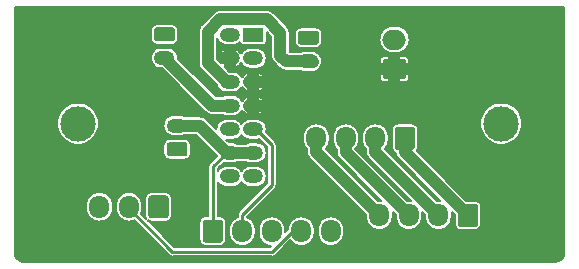
<source format=gtl>
G04 #@! TF.GenerationSoftware,KiCad,Pcbnew,(5.1.2)-1*
G04 #@! TF.CreationDate,2020-08-06T11:16:41+09:00*
G04 #@! TF.ProjectId,i3mega_connector_board,69336d65-6761-45f6-936f-6e6e6563746f,rev?*
G04 #@! TF.SameCoordinates,PX7efb530PY7b459e0*
G04 #@! TF.FileFunction,Copper,L1,Top*
G04 #@! TF.FilePolarity,Positive*
%FSLAX46Y46*%
G04 Gerber Fmt 4.6, Leading zero omitted, Abs format (unit mm)*
G04 Created by KiCad (PCBNEW (5.1.2)-1) date 2020-08-06 11:16:41*
%MOMM*%
%LPD*%
G04 APERTURE LIST*
%ADD10C,0.100000*%
%ADD11C,1.700000*%
%ADD12O,1.700000X1.950000*%
%ADD13C,3.000000*%
%ADD14C,1.200000*%
%ADD15O,1.750000X1.200000*%
%ADD16O,2.000000X1.700000*%
%ADD17O,1.700000X1.200000*%
%ADD18R,1.700000X1.200000*%
%ADD19C,0.250000*%
%ADD20C,1.000000*%
%ADD21C,0.150000*%
G04 APERTURE END LIST*
D10*
G36*
X13079504Y5898796D02*
G01*
X13103773Y5895196D01*
X13127571Y5889235D01*
X13150671Y5880970D01*
X13172849Y5870480D01*
X13193893Y5857867D01*
X13213598Y5843253D01*
X13231777Y5826777D01*
X13248253Y5808598D01*
X13262867Y5788893D01*
X13275480Y5767849D01*
X13285970Y5745671D01*
X13294235Y5722571D01*
X13300196Y5698773D01*
X13303796Y5674504D01*
X13305000Y5650000D01*
X13305000Y4200000D01*
X13303796Y4175496D01*
X13300196Y4151227D01*
X13294235Y4127429D01*
X13285970Y4104329D01*
X13275480Y4082151D01*
X13262867Y4061107D01*
X13248253Y4041402D01*
X13231777Y4023223D01*
X13213598Y4006747D01*
X13193893Y3992133D01*
X13172849Y3979520D01*
X13150671Y3969030D01*
X13127571Y3960765D01*
X13103773Y3954804D01*
X13079504Y3951204D01*
X13055000Y3950000D01*
X11855000Y3950000D01*
X11830496Y3951204D01*
X11806227Y3954804D01*
X11782429Y3960765D01*
X11759329Y3969030D01*
X11737151Y3979520D01*
X11716107Y3992133D01*
X11696402Y4006747D01*
X11678223Y4023223D01*
X11661747Y4041402D01*
X11647133Y4061107D01*
X11634520Y4082151D01*
X11624030Y4104329D01*
X11615765Y4127429D01*
X11609804Y4151227D01*
X11606204Y4175496D01*
X11605000Y4200000D01*
X11605000Y5650000D01*
X11606204Y5674504D01*
X11609804Y5698773D01*
X11615765Y5722571D01*
X11624030Y5745671D01*
X11634520Y5767849D01*
X11647133Y5788893D01*
X11661747Y5808598D01*
X11678223Y5826777D01*
X11696402Y5843253D01*
X11716107Y5857867D01*
X11737151Y5870480D01*
X11759329Y5880970D01*
X11782429Y5889235D01*
X11806227Y5895196D01*
X11830496Y5898796D01*
X11855000Y5900000D01*
X13055000Y5900000D01*
X13079504Y5898796D01*
X13079504Y5898796D01*
G37*
D11*
X12455000Y4925000D03*
D12*
X9955000Y4925000D03*
X7455000Y4925000D03*
D10*
G36*
X39279504Y5173796D02*
G01*
X39303773Y5170196D01*
X39327571Y5164235D01*
X39350671Y5155970D01*
X39372849Y5145480D01*
X39393893Y5132867D01*
X39413598Y5118253D01*
X39431777Y5101777D01*
X39448253Y5083598D01*
X39462867Y5063893D01*
X39475480Y5042849D01*
X39485970Y5020671D01*
X39494235Y4997571D01*
X39500196Y4973773D01*
X39503796Y4949504D01*
X39505000Y4925000D01*
X39505000Y3475000D01*
X39503796Y3450496D01*
X39500196Y3426227D01*
X39494235Y3402429D01*
X39485970Y3379329D01*
X39475480Y3357151D01*
X39462867Y3336107D01*
X39448253Y3316402D01*
X39431777Y3298223D01*
X39413598Y3281747D01*
X39393893Y3267133D01*
X39372849Y3254520D01*
X39350671Y3244030D01*
X39327571Y3235765D01*
X39303773Y3229804D01*
X39279504Y3226204D01*
X39255000Y3225000D01*
X38055000Y3225000D01*
X38030496Y3226204D01*
X38006227Y3229804D01*
X37982429Y3235765D01*
X37959329Y3244030D01*
X37937151Y3254520D01*
X37916107Y3267133D01*
X37896402Y3281747D01*
X37878223Y3298223D01*
X37861747Y3316402D01*
X37847133Y3336107D01*
X37834520Y3357151D01*
X37824030Y3379329D01*
X37815765Y3402429D01*
X37809804Y3426227D01*
X37806204Y3450496D01*
X37805000Y3475000D01*
X37805000Y4925000D01*
X37806204Y4949504D01*
X37809804Y4973773D01*
X37815765Y4997571D01*
X37824030Y5020671D01*
X37834520Y5042849D01*
X37847133Y5063893D01*
X37861747Y5083598D01*
X37878223Y5101777D01*
X37896402Y5118253D01*
X37916107Y5132867D01*
X37937151Y5145480D01*
X37959329Y5155970D01*
X37982429Y5164235D01*
X38006227Y5170196D01*
X38030496Y5173796D01*
X38055000Y5175000D01*
X39255000Y5175000D01*
X39279504Y5173796D01*
X39279504Y5173796D01*
G37*
D11*
X38655000Y4200000D03*
D12*
X36155000Y4200000D03*
X33655000Y4200000D03*
X31155000Y4200000D03*
D10*
G36*
X17674504Y3843796D02*
G01*
X17698773Y3840196D01*
X17722571Y3834235D01*
X17745671Y3825970D01*
X17767849Y3815480D01*
X17788893Y3802867D01*
X17808598Y3788253D01*
X17826777Y3771777D01*
X17843253Y3753598D01*
X17857867Y3733893D01*
X17870480Y3712849D01*
X17880970Y3690671D01*
X17889235Y3667571D01*
X17895196Y3643773D01*
X17898796Y3619504D01*
X17900000Y3595000D01*
X17900000Y2145000D01*
X17898796Y2120496D01*
X17895196Y2096227D01*
X17889235Y2072429D01*
X17880970Y2049329D01*
X17870480Y2027151D01*
X17857867Y2006107D01*
X17843253Y1986402D01*
X17826777Y1968223D01*
X17808598Y1951747D01*
X17788893Y1937133D01*
X17767849Y1924520D01*
X17745671Y1914030D01*
X17722571Y1905765D01*
X17698773Y1899804D01*
X17674504Y1896204D01*
X17650000Y1895000D01*
X16450000Y1895000D01*
X16425496Y1896204D01*
X16401227Y1899804D01*
X16377429Y1905765D01*
X16354329Y1914030D01*
X16332151Y1924520D01*
X16311107Y1937133D01*
X16291402Y1951747D01*
X16273223Y1968223D01*
X16256747Y1986402D01*
X16242133Y2006107D01*
X16229520Y2027151D01*
X16219030Y2049329D01*
X16210765Y2072429D01*
X16204804Y2096227D01*
X16201204Y2120496D01*
X16200000Y2145000D01*
X16200000Y3595000D01*
X16201204Y3619504D01*
X16204804Y3643773D01*
X16210765Y3667571D01*
X16219030Y3690671D01*
X16229520Y3712849D01*
X16242133Y3733893D01*
X16256747Y3753598D01*
X16273223Y3771777D01*
X16291402Y3788253D01*
X16311107Y3802867D01*
X16332151Y3815480D01*
X16354329Y3825970D01*
X16377429Y3834235D01*
X16401227Y3840196D01*
X16425496Y3843796D01*
X16450000Y3845000D01*
X17650000Y3845000D01*
X17674504Y3843796D01*
X17674504Y3843796D01*
G37*
D11*
X17050000Y2870000D03*
D12*
X19550000Y2870000D03*
X22050000Y2870000D03*
X24550000Y2870000D03*
X27050000Y2870000D03*
D13*
X41480000Y11975000D03*
X5630000Y11975000D03*
D12*
X25820000Y10730000D03*
X28320000Y10730000D03*
X30820000Y10730000D03*
D10*
G36*
X33944504Y11703796D02*
G01*
X33968773Y11700196D01*
X33992571Y11694235D01*
X34015671Y11685970D01*
X34037849Y11675480D01*
X34058893Y11662867D01*
X34078598Y11648253D01*
X34096777Y11631777D01*
X34113253Y11613598D01*
X34127867Y11593893D01*
X34140480Y11572849D01*
X34150970Y11550671D01*
X34159235Y11527571D01*
X34165196Y11503773D01*
X34168796Y11479504D01*
X34170000Y11455000D01*
X34170000Y10005000D01*
X34168796Y9980496D01*
X34165196Y9956227D01*
X34159235Y9932429D01*
X34150970Y9909329D01*
X34140480Y9887151D01*
X34127867Y9866107D01*
X34113253Y9846402D01*
X34096777Y9828223D01*
X34078598Y9811747D01*
X34058893Y9797133D01*
X34037849Y9784520D01*
X34015671Y9774030D01*
X33992571Y9765765D01*
X33968773Y9759804D01*
X33944504Y9756204D01*
X33920000Y9755000D01*
X32720000Y9755000D01*
X32695496Y9756204D01*
X32671227Y9759804D01*
X32647429Y9765765D01*
X32624329Y9774030D01*
X32602151Y9784520D01*
X32581107Y9797133D01*
X32561402Y9811747D01*
X32543223Y9828223D01*
X32526747Y9846402D01*
X32512133Y9866107D01*
X32499520Y9887151D01*
X32489030Y9909329D01*
X32480765Y9932429D01*
X32474804Y9956227D01*
X32471204Y9980496D01*
X32470000Y10005000D01*
X32470000Y11455000D01*
X32471204Y11479504D01*
X32474804Y11503773D01*
X32480765Y11527571D01*
X32489030Y11550671D01*
X32499520Y11572849D01*
X32512133Y11593893D01*
X32526747Y11613598D01*
X32543223Y11631777D01*
X32561402Y11648253D01*
X32581107Y11662867D01*
X32602151Y11675480D01*
X32624329Y11685970D01*
X32647429Y11694235D01*
X32671227Y11700196D01*
X32695496Y11703796D01*
X32720000Y11705000D01*
X33920000Y11705000D01*
X33944504Y11703796D01*
X33944504Y11703796D01*
G37*
D11*
X33320000Y10730000D03*
D10*
G36*
X13604505Y20123796D02*
G01*
X13628773Y20120196D01*
X13652572Y20114235D01*
X13675671Y20105970D01*
X13697850Y20095480D01*
X13718893Y20082868D01*
X13738599Y20068253D01*
X13756777Y20051777D01*
X13773253Y20033599D01*
X13787868Y20013893D01*
X13800480Y19992850D01*
X13810970Y19970671D01*
X13819235Y19947572D01*
X13825196Y19923773D01*
X13828796Y19899505D01*
X13830000Y19875001D01*
X13830000Y19174999D01*
X13828796Y19150495D01*
X13825196Y19126227D01*
X13819235Y19102428D01*
X13810970Y19079329D01*
X13800480Y19057150D01*
X13787868Y19036107D01*
X13773253Y19016401D01*
X13756777Y18998223D01*
X13738599Y18981747D01*
X13718893Y18967132D01*
X13697850Y18954520D01*
X13675671Y18944030D01*
X13652572Y18935765D01*
X13628773Y18929804D01*
X13604505Y18926204D01*
X13580001Y18925000D01*
X12329999Y18925000D01*
X12305495Y18926204D01*
X12281227Y18929804D01*
X12257428Y18935765D01*
X12234329Y18944030D01*
X12212150Y18954520D01*
X12191107Y18967132D01*
X12171401Y18981747D01*
X12153223Y18998223D01*
X12136747Y19016401D01*
X12122132Y19036107D01*
X12109520Y19057150D01*
X12099030Y19079329D01*
X12090765Y19102428D01*
X12084804Y19126227D01*
X12081204Y19150495D01*
X12080000Y19174999D01*
X12080000Y19875001D01*
X12081204Y19899505D01*
X12084804Y19923773D01*
X12090765Y19947572D01*
X12099030Y19970671D01*
X12109520Y19992850D01*
X12122132Y20013893D01*
X12136747Y20033599D01*
X12153223Y20051777D01*
X12171401Y20068253D01*
X12191107Y20082868D01*
X12212150Y20095480D01*
X12234329Y20105970D01*
X12257428Y20114235D01*
X12281227Y20120196D01*
X12305495Y20123796D01*
X12329999Y20125000D01*
X13580001Y20125000D01*
X13604505Y20123796D01*
X13604505Y20123796D01*
G37*
D14*
X12955000Y19525000D03*
D15*
X12955000Y17525000D03*
D10*
G36*
X25799505Y19838796D02*
G01*
X25823773Y19835196D01*
X25847572Y19829235D01*
X25870671Y19820970D01*
X25892850Y19810480D01*
X25913893Y19797868D01*
X25933599Y19783253D01*
X25951777Y19766777D01*
X25968253Y19748599D01*
X25982868Y19728893D01*
X25995480Y19707850D01*
X26005970Y19685671D01*
X26014235Y19662572D01*
X26020196Y19638773D01*
X26023796Y19614505D01*
X26025000Y19590001D01*
X26025000Y18889999D01*
X26023796Y18865495D01*
X26020196Y18841227D01*
X26014235Y18817428D01*
X26005970Y18794329D01*
X25995480Y18772150D01*
X25982868Y18751107D01*
X25968253Y18731401D01*
X25951777Y18713223D01*
X25933599Y18696747D01*
X25913893Y18682132D01*
X25892850Y18669520D01*
X25870671Y18659030D01*
X25847572Y18650765D01*
X25823773Y18644804D01*
X25799505Y18641204D01*
X25775001Y18640000D01*
X24524999Y18640000D01*
X24500495Y18641204D01*
X24476227Y18644804D01*
X24452428Y18650765D01*
X24429329Y18659030D01*
X24407150Y18669520D01*
X24386107Y18682132D01*
X24366401Y18696747D01*
X24348223Y18713223D01*
X24331747Y18731401D01*
X24317132Y18751107D01*
X24304520Y18772150D01*
X24294030Y18794329D01*
X24285765Y18817428D01*
X24279804Y18841227D01*
X24276204Y18865495D01*
X24275000Y18889999D01*
X24275000Y19590001D01*
X24276204Y19614505D01*
X24279804Y19638773D01*
X24285765Y19662572D01*
X24294030Y19685671D01*
X24304520Y19707850D01*
X24317132Y19728893D01*
X24331747Y19748599D01*
X24348223Y19766777D01*
X24366401Y19783253D01*
X24386107Y19797868D01*
X24407150Y19810480D01*
X24429329Y19820970D01*
X24452428Y19829235D01*
X24476227Y19835196D01*
X24500495Y19838796D01*
X24524999Y19840000D01*
X25775001Y19840000D01*
X25799505Y19838796D01*
X25799505Y19838796D01*
G37*
D14*
X25150000Y19240000D03*
D15*
X25150000Y17240000D03*
D16*
X32430000Y19090000D03*
D10*
G36*
X33204504Y17438796D02*
G01*
X33228773Y17435196D01*
X33252571Y17429235D01*
X33275671Y17420970D01*
X33297849Y17410480D01*
X33318893Y17397867D01*
X33338598Y17383253D01*
X33356777Y17366777D01*
X33373253Y17348598D01*
X33387867Y17328893D01*
X33400480Y17307849D01*
X33410970Y17285671D01*
X33419235Y17262571D01*
X33425196Y17238773D01*
X33428796Y17214504D01*
X33430000Y17190000D01*
X33430000Y15990000D01*
X33428796Y15965496D01*
X33425196Y15941227D01*
X33419235Y15917429D01*
X33410970Y15894329D01*
X33400480Y15872151D01*
X33387867Y15851107D01*
X33373253Y15831402D01*
X33356777Y15813223D01*
X33338598Y15796747D01*
X33318893Y15782133D01*
X33297849Y15769520D01*
X33275671Y15759030D01*
X33252571Y15750765D01*
X33228773Y15744804D01*
X33204504Y15741204D01*
X33180000Y15740000D01*
X31680000Y15740000D01*
X31655496Y15741204D01*
X31631227Y15744804D01*
X31607429Y15750765D01*
X31584329Y15759030D01*
X31562151Y15769520D01*
X31541107Y15782133D01*
X31521402Y15796747D01*
X31503223Y15813223D01*
X31486747Y15831402D01*
X31472133Y15851107D01*
X31459520Y15872151D01*
X31449030Y15894329D01*
X31440765Y15917429D01*
X31434804Y15941227D01*
X31431204Y15965496D01*
X31430000Y15990000D01*
X31430000Y17190000D01*
X31431204Y17214504D01*
X31434804Y17238773D01*
X31440765Y17262571D01*
X31449030Y17285671D01*
X31459520Y17307849D01*
X31472133Y17328893D01*
X31486747Y17348598D01*
X31503223Y17366777D01*
X31521402Y17383253D01*
X31541107Y17397867D01*
X31562151Y17410480D01*
X31584329Y17420970D01*
X31607429Y17429235D01*
X31631227Y17435196D01*
X31655496Y17438796D01*
X31680000Y17440000D01*
X33180000Y17440000D01*
X33204504Y17438796D01*
X33204504Y17438796D01*
G37*
D11*
X32430000Y16590000D03*
D17*
X18480000Y19500000D03*
X18480000Y17500000D03*
X18480000Y15500000D03*
X18480000Y13500000D03*
X18480000Y11500000D03*
X18480000Y9500000D03*
X18480000Y7500000D03*
X20480000Y7500000D03*
X20480000Y9500000D03*
X20480000Y11500000D03*
X20480000Y13500000D03*
X20480000Y15500000D03*
X20480000Y17500000D03*
D18*
X20480000Y19500000D03*
D15*
X14030000Y11800000D03*
D10*
G36*
X14679505Y10398796D02*
G01*
X14703773Y10395196D01*
X14727572Y10389235D01*
X14750671Y10380970D01*
X14772850Y10370480D01*
X14793893Y10357868D01*
X14813599Y10343253D01*
X14831777Y10326777D01*
X14848253Y10308599D01*
X14862868Y10288893D01*
X14875480Y10267850D01*
X14885970Y10245671D01*
X14894235Y10222572D01*
X14900196Y10198773D01*
X14903796Y10174505D01*
X14905000Y10150001D01*
X14905000Y9449999D01*
X14903796Y9425495D01*
X14900196Y9401227D01*
X14894235Y9377428D01*
X14885970Y9354329D01*
X14875480Y9332150D01*
X14862868Y9311107D01*
X14848253Y9291401D01*
X14831777Y9273223D01*
X14813599Y9256747D01*
X14793893Y9242132D01*
X14772850Y9229520D01*
X14750671Y9219030D01*
X14727572Y9210765D01*
X14703773Y9204804D01*
X14679505Y9201204D01*
X14655001Y9200000D01*
X13404999Y9200000D01*
X13380495Y9201204D01*
X13356227Y9204804D01*
X13332428Y9210765D01*
X13309329Y9219030D01*
X13287150Y9229520D01*
X13266107Y9242132D01*
X13246401Y9256747D01*
X13228223Y9273223D01*
X13211747Y9291401D01*
X13197132Y9311107D01*
X13184520Y9332150D01*
X13174030Y9354329D01*
X13165765Y9377428D01*
X13159804Y9401227D01*
X13156204Y9425495D01*
X13155000Y9449999D01*
X13155000Y10150001D01*
X13156204Y10174505D01*
X13159804Y10198773D01*
X13165765Y10222572D01*
X13174030Y10245671D01*
X13184520Y10267850D01*
X13197132Y10288893D01*
X13211747Y10308599D01*
X13228223Y10326777D01*
X13246401Y10343253D01*
X13266107Y10357868D01*
X13287150Y10370480D01*
X13309329Y10380970D01*
X13332428Y10389235D01*
X13356227Y10395196D01*
X13380495Y10398796D01*
X13404999Y10400000D01*
X14655001Y10400000D01*
X14679505Y10398796D01*
X14679505Y10398796D01*
G37*
D14*
X14030000Y9800000D03*
D19*
X17080000Y8350000D02*
X18230000Y9500000D01*
X17080000Y3050000D02*
X17080000Y8350000D01*
D20*
X20480000Y9500000D02*
X18480000Y9500000D01*
X14030000Y11800000D02*
X15930000Y11800000D01*
X15930000Y11800000D02*
X18230000Y9500000D01*
D19*
X19550000Y4245000D02*
X19550000Y2870000D01*
X22050000Y6745000D02*
X19550000Y4245000D01*
X20730000Y11500000D02*
X22050000Y10180000D01*
X22050000Y10180000D02*
X22050000Y6745000D01*
X22050000Y2745000D02*
X22050000Y2870000D01*
X23836715Y2870000D02*
X24550000Y2870000D01*
X22086697Y1119982D02*
X23836715Y2870000D01*
X13635021Y1119980D02*
X22086697Y1119982D01*
X9955000Y4800000D02*
X13635021Y1119980D01*
X9955000Y4925000D02*
X9955000Y4800000D01*
D20*
X25820000Y9535000D02*
X31155000Y4200000D01*
X25820000Y10730000D02*
X25820000Y9535000D01*
X28320000Y9535000D02*
X33655000Y4200000D01*
X28320000Y10730000D02*
X28320000Y9535000D01*
X30820000Y9535000D02*
X36155000Y4200000D01*
X30820000Y10730000D02*
X30820000Y9535000D01*
X33320000Y9535000D02*
X38655000Y4200000D01*
X33320000Y10730000D02*
X33320000Y9535000D01*
X16980000Y13500000D02*
X12955000Y17525000D01*
X18480000Y13500000D02*
X16980000Y13500000D01*
X25530000Y17225000D02*
X25211480Y17225000D01*
X16630000Y19738491D02*
X16630000Y17100000D01*
X21636470Y20800010D02*
X17691519Y20800010D01*
X17691519Y20800010D02*
X16630000Y19738491D01*
X18230000Y15500000D02*
X18480000Y15500000D01*
X16630000Y17100000D02*
X18230000Y15500000D01*
X21636470Y20800010D02*
X22780000Y19656480D01*
X23275000Y17240000D02*
X25150000Y17240000D01*
X22780000Y17735000D02*
X23275000Y17240000D01*
X22780000Y19656480D02*
X22780000Y17735000D01*
D19*
X26336715Y2870000D02*
X27050000Y2870000D01*
X7455000Y4925000D02*
X7455000Y4800000D01*
D21*
G36*
X46830001Y1042239D02*
G01*
X46814540Y884557D01*
X46772301Y744654D01*
X46703691Y615617D01*
X46611330Y502371D01*
X46498724Y409215D01*
X46370175Y339709D01*
X46230563Y296492D01*
X46073654Y280000D01*
X1042229Y280000D01*
X884557Y295460D01*
X744654Y337699D01*
X615617Y406309D01*
X502371Y498670D01*
X409215Y611276D01*
X339709Y739825D01*
X296492Y879437D01*
X280000Y1036346D01*
X280000Y5105264D01*
X6330000Y5105264D01*
X6330000Y4744737D01*
X6346278Y4579463D01*
X6410607Y4367399D01*
X6515071Y4171960D01*
X6655656Y4000656D01*
X6826960Y3860071D01*
X7022398Y3755607D01*
X7234462Y3691278D01*
X7455000Y3669557D01*
X7675537Y3691278D01*
X7887601Y3755607D01*
X8083040Y3860071D01*
X8254344Y4000656D01*
X8394929Y4171960D01*
X8499393Y4367398D01*
X8563722Y4579462D01*
X8580000Y4744736D01*
X8580000Y5105263D01*
X8580000Y5105264D01*
X8830000Y5105264D01*
X8830000Y4744737D01*
X8846278Y4579463D01*
X8910607Y4367399D01*
X9015071Y4171960D01*
X9155656Y4000656D01*
X9326960Y3860071D01*
X9522398Y3755607D01*
X9734462Y3691278D01*
X9955000Y3669557D01*
X10175537Y3691278D01*
X10387601Y3755607D01*
X10417648Y3771667D01*
X13338294Y851021D01*
X13350811Y835769D01*
X13366063Y823252D01*
X13366070Y823245D01*
X13411718Y785783D01*
X13481207Y748640D01*
X13556607Y725768D01*
X13635021Y718045D01*
X13654668Y719980D01*
X22067041Y719983D01*
X22086697Y718047D01*
X22165110Y725770D01*
X22240511Y748643D01*
X22309999Y785785D01*
X22355647Y823247D01*
X22355650Y823250D01*
X22370908Y835772D01*
X22383430Y851030D01*
X23627781Y2095380D01*
X23750657Y1945656D01*
X23921961Y1805071D01*
X24117399Y1700607D01*
X24329463Y1636278D01*
X24550000Y1614557D01*
X24770538Y1636278D01*
X24982602Y1700607D01*
X25178040Y1805071D01*
X25349344Y1945656D01*
X25489929Y2116960D01*
X25594393Y2312399D01*
X25658722Y2524463D01*
X25675000Y2689737D01*
X25675000Y3050263D01*
X25925000Y3050263D01*
X25925000Y2689736D01*
X25941278Y2524462D01*
X26005607Y2312398D01*
X26110071Y2116960D01*
X26250657Y1945656D01*
X26421961Y1805071D01*
X26617399Y1700607D01*
X26829463Y1636278D01*
X27050000Y1614557D01*
X27270538Y1636278D01*
X27482602Y1700607D01*
X27678040Y1805071D01*
X27849344Y1945656D01*
X27989929Y2116960D01*
X28094393Y2312399D01*
X28158722Y2524463D01*
X28175000Y2689737D01*
X28175000Y3050264D01*
X28158722Y3215538D01*
X28094393Y3427602D01*
X27989929Y3623040D01*
X27849344Y3794344D01*
X27678040Y3934929D01*
X27482601Y4039393D01*
X27270537Y4103722D01*
X27050000Y4125443D01*
X26829462Y4103722D01*
X26617398Y4039393D01*
X26421960Y3934929D01*
X26250656Y3794344D01*
X26110071Y3623040D01*
X26005607Y3427601D01*
X25941278Y3215537D01*
X25925000Y3050263D01*
X25675000Y3050263D01*
X25675000Y3050264D01*
X25658722Y3215538D01*
X25594393Y3427602D01*
X25489929Y3623040D01*
X25349344Y3794344D01*
X25178040Y3934929D01*
X24982601Y4039393D01*
X24770537Y4103722D01*
X24550000Y4125443D01*
X24329462Y4103722D01*
X24117398Y4039393D01*
X23921960Y3934929D01*
X23750656Y3794344D01*
X23610071Y3623040D01*
X23505607Y3427601D01*
X23441278Y3215537D01*
X23425000Y3050263D01*
X23425000Y3023971D01*
X23175000Y2773971D01*
X23175000Y3050264D01*
X23158722Y3215538D01*
X23094393Y3427602D01*
X22989929Y3623040D01*
X22849344Y3794344D01*
X22678040Y3934929D01*
X22482601Y4039393D01*
X22270537Y4103722D01*
X22050000Y4125443D01*
X21829462Y4103722D01*
X21617398Y4039393D01*
X21421960Y3934929D01*
X21250656Y3794344D01*
X21110071Y3623040D01*
X21005607Y3427601D01*
X20941278Y3215537D01*
X20925000Y3050263D01*
X20925000Y2689736D01*
X20941278Y2524462D01*
X21005607Y2312398D01*
X21110071Y2116960D01*
X21250657Y1945656D01*
X21421961Y1805071D01*
X21617399Y1700607D01*
X21829463Y1636278D01*
X22018672Y1617643D01*
X21921012Y1519982D01*
X13800708Y1519979D01*
X11538754Y3781932D01*
X11562587Y3762373D01*
X11653582Y3713734D01*
X11752318Y3683783D01*
X11855000Y3673670D01*
X13055000Y3673670D01*
X13157682Y3683783D01*
X13256418Y3713734D01*
X13347413Y3762373D01*
X13427172Y3827828D01*
X13492627Y3907587D01*
X13541266Y3998582D01*
X13571217Y4097318D01*
X13581330Y4200000D01*
X13581330Y5650000D01*
X13571217Y5752682D01*
X13541266Y5851418D01*
X13492627Y5942413D01*
X13427172Y6022172D01*
X13347413Y6087627D01*
X13256418Y6136266D01*
X13157682Y6166217D01*
X13055000Y6176330D01*
X11855000Y6176330D01*
X11752318Y6166217D01*
X11653582Y6136266D01*
X11562587Y6087627D01*
X11482828Y6022172D01*
X11417373Y5942413D01*
X11368734Y5851418D01*
X11338783Y5752682D01*
X11328670Y5650000D01*
X11328670Y4200000D01*
X11338783Y4097318D01*
X11368734Y3998582D01*
X11417373Y3907587D01*
X11436932Y3883753D01*
X10983333Y4337352D01*
X10999393Y4367398D01*
X11063722Y4579462D01*
X11080000Y4744736D01*
X11080000Y5105263D01*
X11063722Y5270537D01*
X10999393Y5482601D01*
X10894929Y5678040D01*
X10754344Y5849344D01*
X10583040Y5989929D01*
X10387602Y6094393D01*
X10175538Y6158722D01*
X9955000Y6180443D01*
X9734463Y6158722D01*
X9522399Y6094393D01*
X9326961Y5989929D01*
X9155657Y5849344D01*
X9015071Y5678040D01*
X8910607Y5482602D01*
X8846278Y5270538D01*
X8830000Y5105264D01*
X8580000Y5105264D01*
X8563722Y5270537D01*
X8499393Y5482601D01*
X8394929Y5678040D01*
X8254344Y5849344D01*
X8083040Y5989929D01*
X7887602Y6094393D01*
X7675538Y6158722D01*
X7455000Y6180443D01*
X7234463Y6158722D01*
X7022399Y6094393D01*
X6826961Y5989929D01*
X6655657Y5849344D01*
X6515071Y5678040D01*
X6410607Y5482602D01*
X6346278Y5270538D01*
X6330000Y5105264D01*
X280000Y5105264D01*
X280000Y10150001D01*
X12878670Y10150001D01*
X12878670Y9449999D01*
X12888783Y9347317D01*
X12918734Y9248582D01*
X12967372Y9157586D01*
X13032828Y9077828D01*
X13112586Y9012372D01*
X13203582Y8963734D01*
X13302317Y8933783D01*
X13404999Y8923670D01*
X14655001Y8923670D01*
X14757683Y8933783D01*
X14856418Y8963734D01*
X14947414Y9012372D01*
X15027172Y9077828D01*
X15092628Y9157586D01*
X15141266Y9248582D01*
X15171217Y9347317D01*
X15181330Y9449999D01*
X15181330Y10150001D01*
X15171217Y10252683D01*
X15141266Y10351418D01*
X15092628Y10442414D01*
X15027172Y10522172D01*
X14947414Y10587628D01*
X14856418Y10636266D01*
X14757683Y10666217D01*
X14655001Y10676330D01*
X13404999Y10676330D01*
X13302317Y10666217D01*
X13203582Y10636266D01*
X13112586Y10587628D01*
X13032828Y10522172D01*
X12967372Y10442414D01*
X12918734Y10351418D01*
X12888783Y10252683D01*
X12878670Y10150001D01*
X280000Y10150001D01*
X280000Y12149822D01*
X3855000Y12149822D01*
X3855000Y11800178D01*
X3923213Y11457252D01*
X4057016Y11134222D01*
X4251268Y10843504D01*
X4498504Y10596268D01*
X4789222Y10402016D01*
X5112252Y10268213D01*
X5455178Y10200000D01*
X5804822Y10200000D01*
X6147748Y10268213D01*
X6470778Y10402016D01*
X6761496Y10596268D01*
X7008732Y10843504D01*
X7202984Y11134222D01*
X7336787Y11457252D01*
X7404964Y11800000D01*
X12875767Y11800000D01*
X12892661Y11628470D01*
X12942695Y11463532D01*
X13023944Y11311524D01*
X13133288Y11178288D01*
X13266524Y11068944D01*
X13418532Y10987695D01*
X13583470Y10937661D01*
X13712021Y10925000D01*
X14347979Y10925000D01*
X14476530Y10937661D01*
X14641468Y10987695D01*
X14711262Y11025000D01*
X15608986Y11025000D01*
X17394722Y9239263D01*
X17396783Y9232468D01*
X16811048Y8646733D01*
X16795790Y8634211D01*
X16783268Y8618953D01*
X16783265Y8618950D01*
X16745803Y8573302D01*
X16708661Y8503814D01*
X16685788Y8428413D01*
X16678065Y8350000D01*
X16680001Y8330344D01*
X16680000Y4121330D01*
X16450000Y4121330D01*
X16347318Y4111217D01*
X16248582Y4081266D01*
X16157587Y4032627D01*
X16077828Y3967172D01*
X16012373Y3887413D01*
X15963734Y3796418D01*
X15933783Y3697682D01*
X15923670Y3595000D01*
X15923670Y2145000D01*
X15933783Y2042318D01*
X15963734Y1943582D01*
X16012373Y1852587D01*
X16077828Y1772828D01*
X16157587Y1707373D01*
X16248582Y1658734D01*
X16347318Y1628783D01*
X16450000Y1618670D01*
X17650000Y1618670D01*
X17752682Y1628783D01*
X17851418Y1658734D01*
X17942413Y1707373D01*
X18022172Y1772828D01*
X18087627Y1852587D01*
X18136266Y1943582D01*
X18166217Y2042318D01*
X18176330Y2145000D01*
X18176330Y3595000D01*
X18166217Y3697682D01*
X18136266Y3796418D01*
X18087627Y3887413D01*
X18022172Y3967172D01*
X17942413Y4032627D01*
X17851418Y4081266D01*
X17752682Y4111217D01*
X17650000Y4121330D01*
X17480000Y4121330D01*
X17480000Y7046966D01*
X17498944Y7011524D01*
X17608288Y6878288D01*
X17741524Y6768944D01*
X17893532Y6687695D01*
X18058470Y6637661D01*
X18187021Y6625000D01*
X18772979Y6625000D01*
X18901530Y6637661D01*
X19066468Y6687695D01*
X19218476Y6768944D01*
X19351712Y6878288D01*
X19461056Y7011524D01*
X19480000Y7046966D01*
X19498944Y7011524D01*
X19608288Y6878288D01*
X19741524Y6768944D01*
X19893532Y6687695D01*
X20058470Y6637661D01*
X20187021Y6625000D01*
X20772979Y6625000D01*
X20901530Y6637661D01*
X21066468Y6687695D01*
X21218476Y6768944D01*
X21351712Y6878288D01*
X21461056Y7011524D01*
X21542305Y7163532D01*
X21592339Y7328470D01*
X21609233Y7500000D01*
X21592339Y7671530D01*
X21542305Y7836468D01*
X21461056Y7988476D01*
X21351712Y8121712D01*
X21218476Y8231056D01*
X21066468Y8312305D01*
X20901530Y8362339D01*
X20772979Y8375000D01*
X20187021Y8375000D01*
X20058470Y8362339D01*
X19893532Y8312305D01*
X19741524Y8231056D01*
X19608288Y8121712D01*
X19498944Y7988476D01*
X19480000Y7953034D01*
X19461056Y7988476D01*
X19351712Y8121712D01*
X19218476Y8231056D01*
X19066468Y8312305D01*
X18901530Y8362339D01*
X18772979Y8375000D01*
X18187021Y8375000D01*
X18058470Y8362339D01*
X17893532Y8312305D01*
X17741524Y8231056D01*
X17608288Y8121712D01*
X17498944Y7988476D01*
X17480000Y7953034D01*
X17480000Y8184315D01*
X17962468Y8666783D01*
X18058470Y8637661D01*
X18187021Y8625000D01*
X18772979Y8625000D01*
X18901530Y8637661D01*
X19066468Y8687695D01*
X19136262Y8725000D01*
X19823738Y8725000D01*
X19893532Y8687695D01*
X20058470Y8637661D01*
X20187021Y8625000D01*
X20772979Y8625000D01*
X20901530Y8637661D01*
X21066468Y8687695D01*
X21218476Y8768944D01*
X21351712Y8878288D01*
X21461056Y9011524D01*
X21542305Y9163532D01*
X21592339Y9328470D01*
X21609233Y9500000D01*
X21592339Y9671530D01*
X21542305Y9836468D01*
X21461056Y9988476D01*
X21351712Y10121712D01*
X21218476Y10231056D01*
X21066468Y10312305D01*
X20901530Y10362339D01*
X20772979Y10375000D01*
X20187021Y10375000D01*
X20058470Y10362339D01*
X19893532Y10312305D01*
X19823738Y10275000D01*
X19136262Y10275000D01*
X19066468Y10312305D01*
X18901530Y10362339D01*
X18772979Y10375000D01*
X18451015Y10375000D01*
X18201015Y10625000D01*
X18772979Y10625000D01*
X18901530Y10637661D01*
X19066468Y10687695D01*
X19218476Y10768944D01*
X19351712Y10878288D01*
X19461056Y11011524D01*
X19480000Y11046966D01*
X19498944Y11011524D01*
X19608288Y10878288D01*
X19741524Y10768944D01*
X19893532Y10687695D01*
X20058470Y10637661D01*
X20187021Y10625000D01*
X20772979Y10625000D01*
X20901530Y10637661D01*
X20997531Y10666783D01*
X21650000Y10014314D01*
X21650001Y6910687D01*
X19281052Y4541737D01*
X19265789Y4529211D01*
X19215803Y4468302D01*
X19178660Y4398813D01*
X19155788Y4323414D01*
X19155788Y4323413D01*
X19148065Y4245000D01*
X19150000Y4225353D01*
X19150000Y4049283D01*
X19117398Y4039393D01*
X18921960Y3934929D01*
X18750656Y3794344D01*
X18610071Y3623040D01*
X18505607Y3427601D01*
X18441278Y3215537D01*
X18425000Y3050263D01*
X18425000Y2689736D01*
X18441278Y2524462D01*
X18505607Y2312398D01*
X18610071Y2116960D01*
X18750657Y1945656D01*
X18921961Y1805071D01*
X19117399Y1700607D01*
X19329463Y1636278D01*
X19550000Y1614557D01*
X19770538Y1636278D01*
X19982602Y1700607D01*
X20178040Y1805071D01*
X20349344Y1945656D01*
X20489929Y2116960D01*
X20594393Y2312399D01*
X20658722Y2524463D01*
X20675000Y2689737D01*
X20675000Y3050264D01*
X20658722Y3215538D01*
X20594393Y3427602D01*
X20489929Y3623040D01*
X20349344Y3794344D01*
X20178040Y3934929D01*
X19982601Y4039393D01*
X19950000Y4049282D01*
X19950000Y4079315D01*
X22318953Y6448267D01*
X22334211Y6460789D01*
X22384197Y6521697D01*
X22421340Y6591185D01*
X22444212Y6666586D01*
X22451935Y6745000D01*
X22450000Y6764646D01*
X22450000Y10160354D01*
X22451935Y10180000D01*
X22446907Y10231056D01*
X22444212Y10258414D01*
X22427427Y10313749D01*
X22421340Y10333815D01*
X22384197Y10403303D01*
X22346735Y10448951D01*
X22346733Y10448953D01*
X22334211Y10464211D01*
X22318954Y10476732D01*
X21885422Y10910264D01*
X24695000Y10910264D01*
X24695000Y10549737D01*
X24711278Y10384463D01*
X24775607Y10172399D01*
X24880071Y9976960D01*
X25020656Y9805656D01*
X25045001Y9785677D01*
X25045001Y9573072D01*
X25041251Y9535000D01*
X25056215Y9383074D01*
X25100531Y9236986D01*
X25172494Y9102350D01*
X25214956Y9050611D01*
X25269342Y8984341D01*
X25298914Y8960072D01*
X30030000Y4228985D01*
X30030000Y4019737D01*
X30046278Y3854463D01*
X30110607Y3642399D01*
X30215071Y3446960D01*
X30355656Y3275656D01*
X30526960Y3135071D01*
X30722398Y3030607D01*
X30934462Y2966278D01*
X31155000Y2944557D01*
X31375537Y2966278D01*
X31587601Y3030607D01*
X31783040Y3135071D01*
X31954344Y3275656D01*
X32094929Y3446960D01*
X32199393Y3642398D01*
X32263722Y3854462D01*
X32280000Y4019736D01*
X32280000Y4380263D01*
X32269214Y4489771D01*
X32530000Y4228985D01*
X32530000Y4019737D01*
X32546278Y3854463D01*
X32610607Y3642399D01*
X32715071Y3446960D01*
X32855656Y3275656D01*
X33026960Y3135071D01*
X33222398Y3030607D01*
X33434462Y2966278D01*
X33655000Y2944557D01*
X33875537Y2966278D01*
X34087601Y3030607D01*
X34283040Y3135071D01*
X34454344Y3275656D01*
X34594929Y3446960D01*
X34699393Y3642398D01*
X34763722Y3854462D01*
X34780000Y4019736D01*
X34780000Y4380263D01*
X34769214Y4489771D01*
X35030000Y4228985D01*
X35030000Y4019737D01*
X35046278Y3854463D01*
X35110607Y3642399D01*
X35215071Y3446960D01*
X35355656Y3275656D01*
X35526960Y3135071D01*
X35722398Y3030607D01*
X35934462Y2966278D01*
X36155000Y2944557D01*
X36375537Y2966278D01*
X36587601Y3030607D01*
X36783040Y3135071D01*
X36954344Y3275656D01*
X37094929Y3446960D01*
X37199393Y3642398D01*
X37263722Y3854462D01*
X37280000Y4019736D01*
X37280000Y4380263D01*
X37269214Y4489771D01*
X37528670Y4230315D01*
X37528670Y3475000D01*
X37538783Y3372318D01*
X37568734Y3273582D01*
X37617373Y3182587D01*
X37682828Y3102828D01*
X37762587Y3037373D01*
X37853582Y2988734D01*
X37952318Y2958783D01*
X38055000Y2948670D01*
X39255000Y2948670D01*
X39357682Y2958783D01*
X39456418Y2988734D01*
X39547413Y3037373D01*
X39627172Y3102828D01*
X39692627Y3182587D01*
X39741266Y3273582D01*
X39771217Y3372318D01*
X39781330Y3475000D01*
X39781330Y4925000D01*
X39771217Y5027682D01*
X39741266Y5126418D01*
X39692627Y5217413D01*
X39627172Y5297172D01*
X39547413Y5362627D01*
X39456418Y5411266D01*
X39357682Y5441217D01*
X39255000Y5451330D01*
X38499685Y5451330D01*
X34303898Y9647116D01*
X34357627Y9712587D01*
X34406266Y9803582D01*
X34436217Y9902318D01*
X34446330Y10005000D01*
X34446330Y11455000D01*
X34436217Y11557682D01*
X34406266Y11656418D01*
X34357627Y11747413D01*
X34292172Y11827172D01*
X34212413Y11892627D01*
X34121418Y11941266D01*
X34022682Y11971217D01*
X33920000Y11981330D01*
X32720000Y11981330D01*
X32617318Y11971217D01*
X32518582Y11941266D01*
X32427587Y11892627D01*
X32347828Y11827172D01*
X32282373Y11747413D01*
X32233734Y11656418D01*
X32203783Y11557682D01*
X32193670Y11455000D01*
X32193670Y10005000D01*
X32203783Y9902318D01*
X32233734Y9803582D01*
X32282373Y9712587D01*
X32347828Y9632828D01*
X32427587Y9567373D01*
X32518582Y9518734D01*
X32543601Y9511145D01*
X32556215Y9383074D01*
X32600531Y9236986D01*
X32672494Y9102350D01*
X32714956Y9050611D01*
X32769342Y8984341D01*
X32798914Y8960072D01*
X36319771Y5439215D01*
X36155000Y5455443D01*
X36009866Y5441149D01*
X31631070Y9819944D01*
X31759929Y9976960D01*
X31864393Y10172398D01*
X31928722Y10384462D01*
X31945000Y10549736D01*
X31945000Y10910263D01*
X31928722Y11075537D01*
X31864393Y11287601D01*
X31759929Y11483040D01*
X31619344Y11654344D01*
X31448040Y11794929D01*
X31252602Y11899393D01*
X31040538Y11963722D01*
X30820000Y11985443D01*
X30599463Y11963722D01*
X30387399Y11899393D01*
X30191961Y11794929D01*
X30020657Y11654344D01*
X29880071Y11483040D01*
X29775607Y11287602D01*
X29711278Y11075538D01*
X29695000Y10910264D01*
X29695000Y10549737D01*
X29711278Y10384463D01*
X29775607Y10172399D01*
X29880071Y9976960D01*
X30020656Y9805656D01*
X30045001Y9785677D01*
X30045001Y9573072D01*
X30041251Y9535000D01*
X30056215Y9383074D01*
X30100531Y9236986D01*
X30172494Y9102350D01*
X30214956Y9050611D01*
X30269342Y8984341D01*
X30298914Y8960072D01*
X33819771Y5439215D01*
X33655000Y5455443D01*
X33509866Y5441149D01*
X29131070Y9819944D01*
X29259929Y9976960D01*
X29364393Y10172398D01*
X29428722Y10384462D01*
X29445000Y10549736D01*
X29445000Y10910263D01*
X29428722Y11075537D01*
X29364393Y11287601D01*
X29259929Y11483040D01*
X29119344Y11654344D01*
X28948040Y11794929D01*
X28752602Y11899393D01*
X28540538Y11963722D01*
X28320000Y11985443D01*
X28099463Y11963722D01*
X27887399Y11899393D01*
X27691961Y11794929D01*
X27520657Y11654344D01*
X27380071Y11483040D01*
X27275607Y11287602D01*
X27211278Y11075538D01*
X27195000Y10910264D01*
X27195000Y10549737D01*
X27211278Y10384463D01*
X27275607Y10172399D01*
X27380071Y9976960D01*
X27520656Y9805656D01*
X27545001Y9785677D01*
X27545001Y9573072D01*
X27541251Y9535000D01*
X27556215Y9383074D01*
X27600531Y9236986D01*
X27672494Y9102350D01*
X27714956Y9050611D01*
X27769342Y8984341D01*
X27798914Y8960072D01*
X31319771Y5439215D01*
X31155000Y5455443D01*
X31009866Y5441149D01*
X26631070Y9819944D01*
X26759929Y9976960D01*
X26864393Y10172398D01*
X26928722Y10384462D01*
X26945000Y10549736D01*
X26945000Y10910263D01*
X26928722Y11075537D01*
X26864393Y11287601D01*
X26759929Y11483040D01*
X26619344Y11654344D01*
X26448040Y11794929D01*
X26252602Y11899393D01*
X26040538Y11963722D01*
X25820000Y11985443D01*
X25599463Y11963722D01*
X25387399Y11899393D01*
X25191961Y11794929D01*
X25020657Y11654344D01*
X24880071Y11483040D01*
X24775607Y11287602D01*
X24711278Y11075538D01*
X24695000Y10910264D01*
X21885422Y10910264D01*
X21563217Y11232469D01*
X21592339Y11328470D01*
X21609233Y11500000D01*
X21592339Y11671530D01*
X21542305Y11836468D01*
X21461056Y11988476D01*
X21351712Y12121712D01*
X21317460Y12149822D01*
X39705000Y12149822D01*
X39705000Y11800178D01*
X39773213Y11457252D01*
X39907016Y11134222D01*
X40101268Y10843504D01*
X40348504Y10596268D01*
X40639222Y10402016D01*
X40962252Y10268213D01*
X41305178Y10200000D01*
X41654822Y10200000D01*
X41997748Y10268213D01*
X42320778Y10402016D01*
X42611496Y10596268D01*
X42858732Y10843504D01*
X43052984Y11134222D01*
X43186787Y11457252D01*
X43255000Y11800178D01*
X43255000Y12149822D01*
X43186787Y12492748D01*
X43052984Y12815778D01*
X42858732Y13106496D01*
X42611496Y13353732D01*
X42320778Y13547984D01*
X41997748Y13681787D01*
X41654822Y13750000D01*
X41305178Y13750000D01*
X40962252Y13681787D01*
X40639222Y13547984D01*
X40348504Y13353732D01*
X40101268Y13106496D01*
X39907016Y12815778D01*
X39773213Y12492748D01*
X39705000Y12149822D01*
X21317460Y12149822D01*
X21218476Y12231056D01*
X21066468Y12312305D01*
X20901530Y12362339D01*
X20772979Y12375000D01*
X20187021Y12375000D01*
X20058470Y12362339D01*
X19893532Y12312305D01*
X19741524Y12231056D01*
X19608288Y12121712D01*
X19498944Y11988476D01*
X19480000Y11953034D01*
X19461056Y11988476D01*
X19351712Y12121712D01*
X19218476Y12231056D01*
X19066468Y12312305D01*
X18901530Y12362339D01*
X18772979Y12375000D01*
X18187021Y12375000D01*
X18058470Y12362339D01*
X17893532Y12312305D01*
X17741524Y12231056D01*
X17608288Y12121712D01*
X17498944Y11988476D01*
X17417695Y11836468D01*
X17367661Y11671530D01*
X17350767Y11500000D01*
X17353471Y11472543D01*
X16504932Y12321082D01*
X16480659Y12350659D01*
X16362650Y12447506D01*
X16228014Y12519470D01*
X16081926Y12563786D01*
X15968065Y12575000D01*
X15968063Y12575000D01*
X15930000Y12578749D01*
X15891937Y12575000D01*
X14711262Y12575000D01*
X14641468Y12612305D01*
X14476530Y12662339D01*
X14347979Y12675000D01*
X13712021Y12675000D01*
X13583470Y12662339D01*
X13418532Y12612305D01*
X13266524Y12531056D01*
X13133288Y12421712D01*
X13023944Y12288476D01*
X12942695Y12136468D01*
X12892661Y11971530D01*
X12875767Y11800000D01*
X7404964Y11800000D01*
X7405000Y11800178D01*
X7405000Y12149822D01*
X7336787Y12492748D01*
X7202984Y12815778D01*
X7008732Y13106496D01*
X6761496Y13353732D01*
X6470778Y13547984D01*
X6147748Y13681787D01*
X5804822Y13750000D01*
X5455178Y13750000D01*
X5112252Y13681787D01*
X4789222Y13547984D01*
X4498504Y13353732D01*
X4251268Y13106496D01*
X4057016Y12815778D01*
X3923213Y12492748D01*
X3855000Y12149822D01*
X280000Y12149822D01*
X280000Y17525000D01*
X11800767Y17525000D01*
X11817661Y17353470D01*
X11867695Y17188532D01*
X11948944Y17036524D01*
X12058288Y16903288D01*
X12191524Y16793944D01*
X12343532Y16712695D01*
X12508470Y16662661D01*
X12637021Y16650000D01*
X12733986Y16650000D01*
X16405076Y12978908D01*
X16429341Y12949341D01*
X16458907Y12925077D01*
X16458908Y12925076D01*
X16547349Y12852494D01*
X16681985Y12780530D01*
X16715987Y12770216D01*
X16828074Y12736214D01*
X16941935Y12725000D01*
X16941937Y12725000D01*
X16980000Y12721251D01*
X17018063Y12725000D01*
X17823738Y12725000D01*
X17893532Y12687695D01*
X18058470Y12637661D01*
X18187021Y12625000D01*
X18772979Y12625000D01*
X18901530Y12637661D01*
X19066468Y12687695D01*
X19218476Y12768944D01*
X19351712Y12878288D01*
X19461056Y13011524D01*
X19494983Y13074998D01*
X19589413Y13074998D01*
X19598083Y12969617D01*
X19673954Y12927543D01*
X19796319Y12830063D01*
X19935350Y12758329D01*
X20055000Y12777617D01*
X20055000Y13075000D01*
X20905000Y13075000D01*
X20905000Y12777617D01*
X21024650Y12758329D01*
X21163681Y12830063D01*
X21286046Y12927543D01*
X21361917Y12969617D01*
X21370587Y13075000D01*
X20905000Y13075000D01*
X20055000Y13075000D01*
X20035000Y13075000D01*
X20035000Y13925000D01*
X20055000Y13925000D01*
X20055000Y14222383D01*
X20905000Y14222383D01*
X20905000Y13925000D01*
X21370587Y13925000D01*
X21361917Y14030383D01*
X21286046Y14072457D01*
X21163681Y14169937D01*
X21024650Y14241671D01*
X20905000Y14222383D01*
X20055000Y14222383D01*
X19935350Y14241671D01*
X19796319Y14169937D01*
X19673954Y14072457D01*
X19598083Y14030383D01*
X19589413Y13925002D01*
X19494983Y13925002D01*
X19461056Y13988476D01*
X19351712Y14121712D01*
X19218476Y14231056D01*
X19066468Y14312305D01*
X18901530Y14362339D01*
X18772979Y14375000D01*
X18187021Y14375000D01*
X18058470Y14362339D01*
X17893532Y14312305D01*
X17823738Y14275000D01*
X17301016Y14275000D01*
X14104013Y17472001D01*
X14109233Y17525000D01*
X14092339Y17696530D01*
X14042305Y17861468D01*
X13961056Y18013476D01*
X13851712Y18146712D01*
X13718476Y18256056D01*
X13566468Y18337305D01*
X13401530Y18387339D01*
X13272979Y18400000D01*
X12637021Y18400000D01*
X12508470Y18387339D01*
X12343532Y18337305D01*
X12191524Y18256056D01*
X12058288Y18146712D01*
X11948944Y18013476D01*
X11867695Y17861468D01*
X11817661Y17696530D01*
X11800767Y17525000D01*
X280000Y17525000D01*
X280000Y19875001D01*
X11803670Y19875001D01*
X11803670Y19174999D01*
X11813783Y19072317D01*
X11843734Y18973582D01*
X11892372Y18882586D01*
X11957828Y18802828D01*
X12037586Y18737372D01*
X12128582Y18688734D01*
X12227317Y18658783D01*
X12329999Y18648670D01*
X13580001Y18648670D01*
X13682683Y18658783D01*
X13781418Y18688734D01*
X13872414Y18737372D01*
X13952172Y18802828D01*
X14017628Y18882586D01*
X14066266Y18973582D01*
X14096217Y19072317D01*
X14106330Y19174999D01*
X14106330Y19738491D01*
X15851251Y19738491D01*
X15855000Y19700428D01*
X15855001Y17138073D01*
X15851251Y17100000D01*
X15866215Y16948074D01*
X15910531Y16801986D01*
X15982494Y16667350D01*
X16022759Y16618288D01*
X16079342Y16549341D01*
X16108914Y16525072D01*
X17394722Y15239263D01*
X17417695Y15163532D01*
X17498944Y15011524D01*
X17608288Y14878288D01*
X17741524Y14768944D01*
X17893532Y14687695D01*
X18058470Y14637661D01*
X18187021Y14625000D01*
X18772979Y14625000D01*
X18901530Y14637661D01*
X19066468Y14687695D01*
X19218476Y14768944D01*
X19351712Y14878288D01*
X19461056Y15011524D01*
X19494983Y15074998D01*
X19589413Y15074998D01*
X19598083Y14969617D01*
X19673954Y14927543D01*
X19796319Y14830063D01*
X19935350Y14758329D01*
X20055000Y14777617D01*
X20055000Y15075000D01*
X20905000Y15075000D01*
X20905000Y14777617D01*
X21024650Y14758329D01*
X21163681Y14830063D01*
X21286046Y14927543D01*
X21361917Y14969617D01*
X21370587Y15075000D01*
X20905000Y15075000D01*
X20055000Y15075000D01*
X20035000Y15075000D01*
X20035000Y15740000D01*
X31203911Y15740000D01*
X31208255Y15695892D01*
X31221121Y15653479D01*
X31242014Y15614392D01*
X31270131Y15580131D01*
X31304392Y15552014D01*
X31343479Y15531121D01*
X31385892Y15518255D01*
X31430000Y15513911D01*
X31948750Y15515000D01*
X32005000Y15571250D01*
X32005000Y16165000D01*
X32855000Y16165000D01*
X32855000Y15571250D01*
X32911250Y15515000D01*
X33430000Y15513911D01*
X33474108Y15518255D01*
X33516521Y15531121D01*
X33555608Y15552014D01*
X33589869Y15580131D01*
X33617986Y15614392D01*
X33638879Y15653479D01*
X33651745Y15695892D01*
X33656089Y15740000D01*
X33655000Y16108750D01*
X33598750Y16165000D01*
X32855000Y16165000D01*
X32005000Y16165000D01*
X31261250Y16165000D01*
X31205000Y16108750D01*
X31203911Y15740000D01*
X20035000Y15740000D01*
X20035000Y15925000D01*
X20055000Y15925000D01*
X20055000Y16222383D01*
X20905000Y16222383D01*
X20905000Y15925000D01*
X21370587Y15925000D01*
X21361917Y16030383D01*
X21286046Y16072457D01*
X21163681Y16169937D01*
X21024650Y16241671D01*
X20905000Y16222383D01*
X20055000Y16222383D01*
X19935350Y16241671D01*
X19796319Y16169937D01*
X19673954Y16072457D01*
X19598083Y16030383D01*
X19589413Y15925002D01*
X19494983Y15925002D01*
X19461056Y15988476D01*
X19351712Y16121712D01*
X19218476Y16231056D01*
X19066468Y16312305D01*
X18901530Y16362339D01*
X18772979Y16375000D01*
X18451015Y16375000D01*
X18049314Y16776700D01*
X18055000Y16777617D01*
X18055000Y17075000D01*
X17751014Y17075000D01*
X17405000Y17421014D01*
X17405000Y17925000D01*
X17589413Y17925000D01*
X18055000Y17925000D01*
X18055000Y18222383D01*
X18905000Y18222383D01*
X18905000Y17925000D01*
X18925000Y17925000D01*
X18925000Y17075000D01*
X18905000Y17075000D01*
X18905000Y16777617D01*
X19024650Y16758329D01*
X19163681Y16830063D01*
X19286046Y16927543D01*
X19361917Y16969617D01*
X19370587Y17074998D01*
X19465017Y17074998D01*
X19498944Y17011524D01*
X19608288Y16878288D01*
X19741524Y16768944D01*
X19893532Y16687695D01*
X20058470Y16637661D01*
X20187021Y16625000D01*
X20772979Y16625000D01*
X20901530Y16637661D01*
X21066468Y16687695D01*
X21218476Y16768944D01*
X21351712Y16878288D01*
X21461056Y17011524D01*
X21542305Y17163532D01*
X21592339Y17328470D01*
X21609233Y17500000D01*
X21592339Y17671530D01*
X21542305Y17836468D01*
X21461056Y17988476D01*
X21351712Y18121712D01*
X21218476Y18231056D01*
X21066468Y18312305D01*
X20901530Y18362339D01*
X20772979Y18375000D01*
X20187021Y18375000D01*
X20058470Y18362339D01*
X19893532Y18312305D01*
X19741524Y18231056D01*
X19608288Y18121712D01*
X19498944Y17988476D01*
X19465017Y17925002D01*
X19370587Y17925002D01*
X19361917Y18030383D01*
X19286046Y18072457D01*
X19163681Y18169937D01*
X19024650Y18241671D01*
X18905000Y18222383D01*
X18055000Y18222383D01*
X17935350Y18241671D01*
X17796319Y18169937D01*
X17673954Y18072457D01*
X17598083Y18030383D01*
X17589413Y17925000D01*
X17405000Y17925000D01*
X17405000Y19205381D01*
X17417695Y19163532D01*
X17498944Y19011524D01*
X17608288Y18878288D01*
X17741524Y18768944D01*
X17893532Y18687695D01*
X18058470Y18637661D01*
X18187021Y18625000D01*
X18772979Y18625000D01*
X18901530Y18637661D01*
X19066468Y18687695D01*
X19218476Y18768944D01*
X19351712Y18878288D01*
X19355370Y18882745D01*
X19358980Y18846091D01*
X19374704Y18794253D01*
X19400240Y18746479D01*
X19434605Y18704605D01*
X19476479Y18670240D01*
X19524253Y18644704D01*
X19576091Y18628980D01*
X19630000Y18623670D01*
X21330000Y18623670D01*
X21383909Y18628980D01*
X21435747Y18644704D01*
X21483521Y18670240D01*
X21525395Y18704605D01*
X21559760Y18746479D01*
X21585296Y18794253D01*
X21601020Y18846091D01*
X21606330Y18900000D01*
X21606330Y19734135D01*
X22005000Y19335464D01*
X22005001Y17773072D01*
X22001251Y17735000D01*
X22016215Y17583074D01*
X22060531Y17436986D01*
X22132494Y17302350D01*
X22173877Y17251926D01*
X22229342Y17184341D01*
X22258914Y17160072D01*
X22700067Y16718919D01*
X22724341Y16689341D01*
X22810920Y16618288D01*
X22842349Y16592494D01*
X22976985Y16520530D01*
X23010987Y16510216D01*
X23123074Y16476214D01*
X23236935Y16465000D01*
X23236937Y16465000D01*
X23275000Y16461251D01*
X23313063Y16465000D01*
X24468738Y16465000D01*
X24538532Y16427695D01*
X24703470Y16377661D01*
X24832021Y16365000D01*
X25467979Y16365000D01*
X25596530Y16377661D01*
X25761468Y16427695D01*
X25913476Y16508944D01*
X26046712Y16618288D01*
X26156056Y16751524D01*
X26237305Y16903532D01*
X26237792Y16905138D01*
X26249470Y16926986D01*
X26293786Y17073074D01*
X26308749Y17225000D01*
X26293786Y17376926D01*
X26289286Y17391760D01*
X26287339Y17411530D01*
X26278703Y17440000D01*
X31203911Y17440000D01*
X31205000Y17071250D01*
X31261250Y17015000D01*
X32005000Y17015000D01*
X32005000Y17608750D01*
X32855000Y17608750D01*
X32855000Y17015000D01*
X33598750Y17015000D01*
X33655000Y17071250D01*
X33656089Y17440000D01*
X33651745Y17484108D01*
X33638879Y17526521D01*
X33617986Y17565608D01*
X33589869Y17599869D01*
X33555608Y17627986D01*
X33516521Y17648879D01*
X33474108Y17661745D01*
X33430000Y17666089D01*
X32911250Y17665000D01*
X32855000Y17608750D01*
X32005000Y17608750D01*
X31948750Y17665000D01*
X31430000Y17666089D01*
X31385892Y17661745D01*
X31343479Y17648879D01*
X31304392Y17627986D01*
X31270131Y17599869D01*
X31242014Y17565608D01*
X31221121Y17526521D01*
X31208255Y17484108D01*
X31203911Y17440000D01*
X26278703Y17440000D01*
X26237305Y17576468D01*
X26156056Y17728476D01*
X26046712Y17861712D01*
X25913476Y17971056D01*
X25761468Y18052305D01*
X25596530Y18102339D01*
X25467979Y18115000D01*
X24832021Y18115000D01*
X24703470Y18102339D01*
X24538532Y18052305D01*
X24468738Y18015000D01*
X23596014Y18015000D01*
X23555000Y18056014D01*
X23555000Y19590001D01*
X23998670Y19590001D01*
X23998670Y18889999D01*
X24008783Y18787317D01*
X24038734Y18688582D01*
X24087372Y18597586D01*
X24152828Y18517828D01*
X24232586Y18452372D01*
X24323582Y18403734D01*
X24422317Y18373783D01*
X24524999Y18363670D01*
X25775001Y18363670D01*
X25877683Y18373783D01*
X25976418Y18403734D01*
X26067414Y18452372D01*
X26147172Y18517828D01*
X26212628Y18597586D01*
X26261266Y18688582D01*
X26291217Y18787317D01*
X26301330Y18889999D01*
X26301330Y19090000D01*
X31149557Y19090000D01*
X31171278Y18869462D01*
X31235607Y18657398D01*
X31340071Y18461960D01*
X31480656Y18290656D01*
X31651960Y18150071D01*
X31847398Y18045607D01*
X32059462Y17981278D01*
X32224736Y17965000D01*
X32635264Y17965000D01*
X32800538Y17981278D01*
X33012602Y18045607D01*
X33208040Y18150071D01*
X33379344Y18290656D01*
X33519929Y18461960D01*
X33624393Y18657398D01*
X33688722Y18869462D01*
X33710443Y19090000D01*
X33688722Y19310538D01*
X33624393Y19522602D01*
X33519929Y19718040D01*
X33379344Y19889344D01*
X33208040Y20029929D01*
X33012602Y20134393D01*
X32800538Y20198722D01*
X32635264Y20215000D01*
X32224736Y20215000D01*
X32059462Y20198722D01*
X31847398Y20134393D01*
X31651960Y20029929D01*
X31480656Y19889344D01*
X31340071Y19718040D01*
X31235607Y19522602D01*
X31171278Y19310538D01*
X31149557Y19090000D01*
X26301330Y19090000D01*
X26301330Y19590001D01*
X26291217Y19692683D01*
X26261266Y19791418D01*
X26212628Y19882414D01*
X26147172Y19962172D01*
X26067414Y20027628D01*
X25976418Y20076266D01*
X25877683Y20106217D01*
X25775001Y20116330D01*
X24524999Y20116330D01*
X24422317Y20106217D01*
X24323582Y20076266D01*
X24232586Y20027628D01*
X24152828Y19962172D01*
X24087372Y19882414D01*
X24038734Y19791418D01*
X24008783Y19692683D01*
X23998670Y19590001D01*
X23555000Y19590001D01*
X23555000Y19618417D01*
X23558749Y19656480D01*
X23552686Y19718040D01*
X23543786Y19808406D01*
X23509784Y19920493D01*
X23499470Y19954495D01*
X23427506Y20089131D01*
X23354924Y20177572D01*
X23354923Y20177573D01*
X23330659Y20207139D01*
X23301093Y20231403D01*
X22211402Y21321092D01*
X22187129Y21350669D01*
X22069120Y21447516D01*
X21934484Y21519480D01*
X21788396Y21563796D01*
X21674535Y21575010D01*
X21674533Y21575010D01*
X21636470Y21578759D01*
X21598407Y21575010D01*
X17729582Y21575010D01*
X17691519Y21578759D01*
X17653456Y21575010D01*
X17653454Y21575010D01*
X17539593Y21563796D01*
X17427506Y21529794D01*
X17393504Y21519480D01*
X17258868Y21447516D01*
X17170427Y21374934D01*
X17140860Y21350669D01*
X17116595Y21321102D01*
X16108918Y20313423D01*
X16079341Y20289150D01*
X16012037Y20207139D01*
X15982494Y20171141D01*
X15947792Y20106217D01*
X15910530Y20036504D01*
X15866214Y19890416D01*
X15860901Y19836468D01*
X15851251Y19738491D01*
X14106330Y19738491D01*
X14106330Y19875001D01*
X14096217Y19977683D01*
X14066266Y20076418D01*
X14017628Y20167414D01*
X13952172Y20247172D01*
X13872414Y20312628D01*
X13781418Y20361266D01*
X13682683Y20391217D01*
X13580001Y20401330D01*
X12329999Y20401330D01*
X12227317Y20391217D01*
X12128582Y20361266D01*
X12037586Y20312628D01*
X11957828Y20247172D01*
X11892372Y20167414D01*
X11843734Y20076418D01*
X11813783Y19977683D01*
X11803670Y19875001D01*
X280000Y19875001D01*
X280000Y21850000D01*
X46830000Y21850000D01*
X46830001Y1042239D01*
X46830001Y1042239D01*
G37*
X46830001Y1042239D02*
X46814540Y884557D01*
X46772301Y744654D01*
X46703691Y615617D01*
X46611330Y502371D01*
X46498724Y409215D01*
X46370175Y339709D01*
X46230563Y296492D01*
X46073654Y280000D01*
X1042229Y280000D01*
X884557Y295460D01*
X744654Y337699D01*
X615617Y406309D01*
X502371Y498670D01*
X409215Y611276D01*
X339709Y739825D01*
X296492Y879437D01*
X280000Y1036346D01*
X280000Y5105264D01*
X6330000Y5105264D01*
X6330000Y4744737D01*
X6346278Y4579463D01*
X6410607Y4367399D01*
X6515071Y4171960D01*
X6655656Y4000656D01*
X6826960Y3860071D01*
X7022398Y3755607D01*
X7234462Y3691278D01*
X7455000Y3669557D01*
X7675537Y3691278D01*
X7887601Y3755607D01*
X8083040Y3860071D01*
X8254344Y4000656D01*
X8394929Y4171960D01*
X8499393Y4367398D01*
X8563722Y4579462D01*
X8580000Y4744736D01*
X8580000Y5105263D01*
X8580000Y5105264D01*
X8830000Y5105264D01*
X8830000Y4744737D01*
X8846278Y4579463D01*
X8910607Y4367399D01*
X9015071Y4171960D01*
X9155656Y4000656D01*
X9326960Y3860071D01*
X9522398Y3755607D01*
X9734462Y3691278D01*
X9955000Y3669557D01*
X10175537Y3691278D01*
X10387601Y3755607D01*
X10417648Y3771667D01*
X13338294Y851021D01*
X13350811Y835769D01*
X13366063Y823252D01*
X13366070Y823245D01*
X13411718Y785783D01*
X13481207Y748640D01*
X13556607Y725768D01*
X13635021Y718045D01*
X13654668Y719980D01*
X22067041Y719983D01*
X22086697Y718047D01*
X22165110Y725770D01*
X22240511Y748643D01*
X22309999Y785785D01*
X22355647Y823247D01*
X22355650Y823250D01*
X22370908Y835772D01*
X22383430Y851030D01*
X23627781Y2095380D01*
X23750657Y1945656D01*
X23921961Y1805071D01*
X24117399Y1700607D01*
X24329463Y1636278D01*
X24550000Y1614557D01*
X24770538Y1636278D01*
X24982602Y1700607D01*
X25178040Y1805071D01*
X25349344Y1945656D01*
X25489929Y2116960D01*
X25594393Y2312399D01*
X25658722Y2524463D01*
X25675000Y2689737D01*
X25675000Y3050263D01*
X25925000Y3050263D01*
X25925000Y2689736D01*
X25941278Y2524462D01*
X26005607Y2312398D01*
X26110071Y2116960D01*
X26250657Y1945656D01*
X26421961Y1805071D01*
X26617399Y1700607D01*
X26829463Y1636278D01*
X27050000Y1614557D01*
X27270538Y1636278D01*
X27482602Y1700607D01*
X27678040Y1805071D01*
X27849344Y1945656D01*
X27989929Y2116960D01*
X28094393Y2312399D01*
X28158722Y2524463D01*
X28175000Y2689737D01*
X28175000Y3050264D01*
X28158722Y3215538D01*
X28094393Y3427602D01*
X27989929Y3623040D01*
X27849344Y3794344D01*
X27678040Y3934929D01*
X27482601Y4039393D01*
X27270537Y4103722D01*
X27050000Y4125443D01*
X26829462Y4103722D01*
X26617398Y4039393D01*
X26421960Y3934929D01*
X26250656Y3794344D01*
X26110071Y3623040D01*
X26005607Y3427601D01*
X25941278Y3215537D01*
X25925000Y3050263D01*
X25675000Y3050263D01*
X25675000Y3050264D01*
X25658722Y3215538D01*
X25594393Y3427602D01*
X25489929Y3623040D01*
X25349344Y3794344D01*
X25178040Y3934929D01*
X24982601Y4039393D01*
X24770537Y4103722D01*
X24550000Y4125443D01*
X24329462Y4103722D01*
X24117398Y4039393D01*
X23921960Y3934929D01*
X23750656Y3794344D01*
X23610071Y3623040D01*
X23505607Y3427601D01*
X23441278Y3215537D01*
X23425000Y3050263D01*
X23425000Y3023971D01*
X23175000Y2773971D01*
X23175000Y3050264D01*
X23158722Y3215538D01*
X23094393Y3427602D01*
X22989929Y3623040D01*
X22849344Y3794344D01*
X22678040Y3934929D01*
X22482601Y4039393D01*
X22270537Y4103722D01*
X22050000Y4125443D01*
X21829462Y4103722D01*
X21617398Y4039393D01*
X21421960Y3934929D01*
X21250656Y3794344D01*
X21110071Y3623040D01*
X21005607Y3427601D01*
X20941278Y3215537D01*
X20925000Y3050263D01*
X20925000Y2689736D01*
X20941278Y2524462D01*
X21005607Y2312398D01*
X21110071Y2116960D01*
X21250657Y1945656D01*
X21421961Y1805071D01*
X21617399Y1700607D01*
X21829463Y1636278D01*
X22018672Y1617643D01*
X21921012Y1519982D01*
X13800708Y1519979D01*
X11538754Y3781932D01*
X11562587Y3762373D01*
X11653582Y3713734D01*
X11752318Y3683783D01*
X11855000Y3673670D01*
X13055000Y3673670D01*
X13157682Y3683783D01*
X13256418Y3713734D01*
X13347413Y3762373D01*
X13427172Y3827828D01*
X13492627Y3907587D01*
X13541266Y3998582D01*
X13571217Y4097318D01*
X13581330Y4200000D01*
X13581330Y5650000D01*
X13571217Y5752682D01*
X13541266Y5851418D01*
X13492627Y5942413D01*
X13427172Y6022172D01*
X13347413Y6087627D01*
X13256418Y6136266D01*
X13157682Y6166217D01*
X13055000Y6176330D01*
X11855000Y6176330D01*
X11752318Y6166217D01*
X11653582Y6136266D01*
X11562587Y6087627D01*
X11482828Y6022172D01*
X11417373Y5942413D01*
X11368734Y5851418D01*
X11338783Y5752682D01*
X11328670Y5650000D01*
X11328670Y4200000D01*
X11338783Y4097318D01*
X11368734Y3998582D01*
X11417373Y3907587D01*
X11436932Y3883753D01*
X10983333Y4337352D01*
X10999393Y4367398D01*
X11063722Y4579462D01*
X11080000Y4744736D01*
X11080000Y5105263D01*
X11063722Y5270537D01*
X10999393Y5482601D01*
X10894929Y5678040D01*
X10754344Y5849344D01*
X10583040Y5989929D01*
X10387602Y6094393D01*
X10175538Y6158722D01*
X9955000Y6180443D01*
X9734463Y6158722D01*
X9522399Y6094393D01*
X9326961Y5989929D01*
X9155657Y5849344D01*
X9015071Y5678040D01*
X8910607Y5482602D01*
X8846278Y5270538D01*
X8830000Y5105264D01*
X8580000Y5105264D01*
X8563722Y5270537D01*
X8499393Y5482601D01*
X8394929Y5678040D01*
X8254344Y5849344D01*
X8083040Y5989929D01*
X7887602Y6094393D01*
X7675538Y6158722D01*
X7455000Y6180443D01*
X7234463Y6158722D01*
X7022399Y6094393D01*
X6826961Y5989929D01*
X6655657Y5849344D01*
X6515071Y5678040D01*
X6410607Y5482602D01*
X6346278Y5270538D01*
X6330000Y5105264D01*
X280000Y5105264D01*
X280000Y10150001D01*
X12878670Y10150001D01*
X12878670Y9449999D01*
X12888783Y9347317D01*
X12918734Y9248582D01*
X12967372Y9157586D01*
X13032828Y9077828D01*
X13112586Y9012372D01*
X13203582Y8963734D01*
X13302317Y8933783D01*
X13404999Y8923670D01*
X14655001Y8923670D01*
X14757683Y8933783D01*
X14856418Y8963734D01*
X14947414Y9012372D01*
X15027172Y9077828D01*
X15092628Y9157586D01*
X15141266Y9248582D01*
X15171217Y9347317D01*
X15181330Y9449999D01*
X15181330Y10150001D01*
X15171217Y10252683D01*
X15141266Y10351418D01*
X15092628Y10442414D01*
X15027172Y10522172D01*
X14947414Y10587628D01*
X14856418Y10636266D01*
X14757683Y10666217D01*
X14655001Y10676330D01*
X13404999Y10676330D01*
X13302317Y10666217D01*
X13203582Y10636266D01*
X13112586Y10587628D01*
X13032828Y10522172D01*
X12967372Y10442414D01*
X12918734Y10351418D01*
X12888783Y10252683D01*
X12878670Y10150001D01*
X280000Y10150001D01*
X280000Y12149822D01*
X3855000Y12149822D01*
X3855000Y11800178D01*
X3923213Y11457252D01*
X4057016Y11134222D01*
X4251268Y10843504D01*
X4498504Y10596268D01*
X4789222Y10402016D01*
X5112252Y10268213D01*
X5455178Y10200000D01*
X5804822Y10200000D01*
X6147748Y10268213D01*
X6470778Y10402016D01*
X6761496Y10596268D01*
X7008732Y10843504D01*
X7202984Y11134222D01*
X7336787Y11457252D01*
X7404964Y11800000D01*
X12875767Y11800000D01*
X12892661Y11628470D01*
X12942695Y11463532D01*
X13023944Y11311524D01*
X13133288Y11178288D01*
X13266524Y11068944D01*
X13418532Y10987695D01*
X13583470Y10937661D01*
X13712021Y10925000D01*
X14347979Y10925000D01*
X14476530Y10937661D01*
X14641468Y10987695D01*
X14711262Y11025000D01*
X15608986Y11025000D01*
X17394722Y9239263D01*
X17396783Y9232468D01*
X16811048Y8646733D01*
X16795790Y8634211D01*
X16783268Y8618953D01*
X16783265Y8618950D01*
X16745803Y8573302D01*
X16708661Y8503814D01*
X16685788Y8428413D01*
X16678065Y8350000D01*
X16680001Y8330344D01*
X16680000Y4121330D01*
X16450000Y4121330D01*
X16347318Y4111217D01*
X16248582Y4081266D01*
X16157587Y4032627D01*
X16077828Y3967172D01*
X16012373Y3887413D01*
X15963734Y3796418D01*
X15933783Y3697682D01*
X15923670Y3595000D01*
X15923670Y2145000D01*
X15933783Y2042318D01*
X15963734Y1943582D01*
X16012373Y1852587D01*
X16077828Y1772828D01*
X16157587Y1707373D01*
X16248582Y1658734D01*
X16347318Y1628783D01*
X16450000Y1618670D01*
X17650000Y1618670D01*
X17752682Y1628783D01*
X17851418Y1658734D01*
X17942413Y1707373D01*
X18022172Y1772828D01*
X18087627Y1852587D01*
X18136266Y1943582D01*
X18166217Y2042318D01*
X18176330Y2145000D01*
X18176330Y3595000D01*
X18166217Y3697682D01*
X18136266Y3796418D01*
X18087627Y3887413D01*
X18022172Y3967172D01*
X17942413Y4032627D01*
X17851418Y4081266D01*
X17752682Y4111217D01*
X17650000Y4121330D01*
X17480000Y4121330D01*
X17480000Y7046966D01*
X17498944Y7011524D01*
X17608288Y6878288D01*
X17741524Y6768944D01*
X17893532Y6687695D01*
X18058470Y6637661D01*
X18187021Y6625000D01*
X18772979Y6625000D01*
X18901530Y6637661D01*
X19066468Y6687695D01*
X19218476Y6768944D01*
X19351712Y6878288D01*
X19461056Y7011524D01*
X19480000Y7046966D01*
X19498944Y7011524D01*
X19608288Y6878288D01*
X19741524Y6768944D01*
X19893532Y6687695D01*
X20058470Y6637661D01*
X20187021Y6625000D01*
X20772979Y6625000D01*
X20901530Y6637661D01*
X21066468Y6687695D01*
X21218476Y6768944D01*
X21351712Y6878288D01*
X21461056Y7011524D01*
X21542305Y7163532D01*
X21592339Y7328470D01*
X21609233Y7500000D01*
X21592339Y7671530D01*
X21542305Y7836468D01*
X21461056Y7988476D01*
X21351712Y8121712D01*
X21218476Y8231056D01*
X21066468Y8312305D01*
X20901530Y8362339D01*
X20772979Y8375000D01*
X20187021Y8375000D01*
X20058470Y8362339D01*
X19893532Y8312305D01*
X19741524Y8231056D01*
X19608288Y8121712D01*
X19498944Y7988476D01*
X19480000Y7953034D01*
X19461056Y7988476D01*
X19351712Y8121712D01*
X19218476Y8231056D01*
X19066468Y8312305D01*
X18901530Y8362339D01*
X18772979Y8375000D01*
X18187021Y8375000D01*
X18058470Y8362339D01*
X17893532Y8312305D01*
X17741524Y8231056D01*
X17608288Y8121712D01*
X17498944Y7988476D01*
X17480000Y7953034D01*
X17480000Y8184315D01*
X17962468Y8666783D01*
X18058470Y8637661D01*
X18187021Y8625000D01*
X18772979Y8625000D01*
X18901530Y8637661D01*
X19066468Y8687695D01*
X19136262Y8725000D01*
X19823738Y8725000D01*
X19893532Y8687695D01*
X20058470Y8637661D01*
X20187021Y8625000D01*
X20772979Y8625000D01*
X20901530Y8637661D01*
X21066468Y8687695D01*
X21218476Y8768944D01*
X21351712Y8878288D01*
X21461056Y9011524D01*
X21542305Y9163532D01*
X21592339Y9328470D01*
X21609233Y9500000D01*
X21592339Y9671530D01*
X21542305Y9836468D01*
X21461056Y9988476D01*
X21351712Y10121712D01*
X21218476Y10231056D01*
X21066468Y10312305D01*
X20901530Y10362339D01*
X20772979Y10375000D01*
X20187021Y10375000D01*
X20058470Y10362339D01*
X19893532Y10312305D01*
X19823738Y10275000D01*
X19136262Y10275000D01*
X19066468Y10312305D01*
X18901530Y10362339D01*
X18772979Y10375000D01*
X18451015Y10375000D01*
X18201015Y10625000D01*
X18772979Y10625000D01*
X18901530Y10637661D01*
X19066468Y10687695D01*
X19218476Y10768944D01*
X19351712Y10878288D01*
X19461056Y11011524D01*
X19480000Y11046966D01*
X19498944Y11011524D01*
X19608288Y10878288D01*
X19741524Y10768944D01*
X19893532Y10687695D01*
X20058470Y10637661D01*
X20187021Y10625000D01*
X20772979Y10625000D01*
X20901530Y10637661D01*
X20997531Y10666783D01*
X21650000Y10014314D01*
X21650001Y6910687D01*
X19281052Y4541737D01*
X19265789Y4529211D01*
X19215803Y4468302D01*
X19178660Y4398813D01*
X19155788Y4323414D01*
X19155788Y4323413D01*
X19148065Y4245000D01*
X19150000Y4225353D01*
X19150000Y4049283D01*
X19117398Y4039393D01*
X18921960Y3934929D01*
X18750656Y3794344D01*
X18610071Y3623040D01*
X18505607Y3427601D01*
X18441278Y3215537D01*
X18425000Y3050263D01*
X18425000Y2689736D01*
X18441278Y2524462D01*
X18505607Y2312398D01*
X18610071Y2116960D01*
X18750657Y1945656D01*
X18921961Y1805071D01*
X19117399Y1700607D01*
X19329463Y1636278D01*
X19550000Y1614557D01*
X19770538Y1636278D01*
X19982602Y1700607D01*
X20178040Y1805071D01*
X20349344Y1945656D01*
X20489929Y2116960D01*
X20594393Y2312399D01*
X20658722Y2524463D01*
X20675000Y2689737D01*
X20675000Y3050264D01*
X20658722Y3215538D01*
X20594393Y3427602D01*
X20489929Y3623040D01*
X20349344Y3794344D01*
X20178040Y3934929D01*
X19982601Y4039393D01*
X19950000Y4049282D01*
X19950000Y4079315D01*
X22318953Y6448267D01*
X22334211Y6460789D01*
X22384197Y6521697D01*
X22421340Y6591185D01*
X22444212Y6666586D01*
X22451935Y6745000D01*
X22450000Y6764646D01*
X22450000Y10160354D01*
X22451935Y10180000D01*
X22446907Y10231056D01*
X22444212Y10258414D01*
X22427427Y10313749D01*
X22421340Y10333815D01*
X22384197Y10403303D01*
X22346735Y10448951D01*
X22346733Y10448953D01*
X22334211Y10464211D01*
X22318954Y10476732D01*
X21885422Y10910264D01*
X24695000Y10910264D01*
X24695000Y10549737D01*
X24711278Y10384463D01*
X24775607Y10172399D01*
X24880071Y9976960D01*
X25020656Y9805656D01*
X25045001Y9785677D01*
X25045001Y9573072D01*
X25041251Y9535000D01*
X25056215Y9383074D01*
X25100531Y9236986D01*
X25172494Y9102350D01*
X25214956Y9050611D01*
X25269342Y8984341D01*
X25298914Y8960072D01*
X30030000Y4228985D01*
X30030000Y4019737D01*
X30046278Y3854463D01*
X30110607Y3642399D01*
X30215071Y3446960D01*
X30355656Y3275656D01*
X30526960Y3135071D01*
X30722398Y3030607D01*
X30934462Y2966278D01*
X31155000Y2944557D01*
X31375537Y2966278D01*
X31587601Y3030607D01*
X31783040Y3135071D01*
X31954344Y3275656D01*
X32094929Y3446960D01*
X32199393Y3642398D01*
X32263722Y3854462D01*
X32280000Y4019736D01*
X32280000Y4380263D01*
X32269214Y4489771D01*
X32530000Y4228985D01*
X32530000Y4019737D01*
X32546278Y3854463D01*
X32610607Y3642399D01*
X32715071Y3446960D01*
X32855656Y3275656D01*
X33026960Y3135071D01*
X33222398Y3030607D01*
X33434462Y2966278D01*
X33655000Y2944557D01*
X33875537Y2966278D01*
X34087601Y3030607D01*
X34283040Y3135071D01*
X34454344Y3275656D01*
X34594929Y3446960D01*
X34699393Y3642398D01*
X34763722Y3854462D01*
X34780000Y4019736D01*
X34780000Y4380263D01*
X34769214Y4489771D01*
X35030000Y4228985D01*
X35030000Y4019737D01*
X35046278Y3854463D01*
X35110607Y3642399D01*
X35215071Y3446960D01*
X35355656Y3275656D01*
X35526960Y3135071D01*
X35722398Y3030607D01*
X35934462Y2966278D01*
X36155000Y2944557D01*
X36375537Y2966278D01*
X36587601Y3030607D01*
X36783040Y3135071D01*
X36954344Y3275656D01*
X37094929Y3446960D01*
X37199393Y3642398D01*
X37263722Y3854462D01*
X37280000Y4019736D01*
X37280000Y4380263D01*
X37269214Y4489771D01*
X37528670Y4230315D01*
X37528670Y3475000D01*
X37538783Y3372318D01*
X37568734Y3273582D01*
X37617373Y3182587D01*
X37682828Y3102828D01*
X37762587Y3037373D01*
X37853582Y2988734D01*
X37952318Y2958783D01*
X38055000Y2948670D01*
X39255000Y2948670D01*
X39357682Y2958783D01*
X39456418Y2988734D01*
X39547413Y3037373D01*
X39627172Y3102828D01*
X39692627Y3182587D01*
X39741266Y3273582D01*
X39771217Y3372318D01*
X39781330Y3475000D01*
X39781330Y4925000D01*
X39771217Y5027682D01*
X39741266Y5126418D01*
X39692627Y5217413D01*
X39627172Y5297172D01*
X39547413Y5362627D01*
X39456418Y5411266D01*
X39357682Y5441217D01*
X39255000Y5451330D01*
X38499685Y5451330D01*
X34303898Y9647116D01*
X34357627Y9712587D01*
X34406266Y9803582D01*
X34436217Y9902318D01*
X34446330Y10005000D01*
X34446330Y11455000D01*
X34436217Y11557682D01*
X34406266Y11656418D01*
X34357627Y11747413D01*
X34292172Y11827172D01*
X34212413Y11892627D01*
X34121418Y11941266D01*
X34022682Y11971217D01*
X33920000Y11981330D01*
X32720000Y11981330D01*
X32617318Y11971217D01*
X32518582Y11941266D01*
X32427587Y11892627D01*
X32347828Y11827172D01*
X32282373Y11747413D01*
X32233734Y11656418D01*
X32203783Y11557682D01*
X32193670Y11455000D01*
X32193670Y10005000D01*
X32203783Y9902318D01*
X32233734Y9803582D01*
X32282373Y9712587D01*
X32347828Y9632828D01*
X32427587Y9567373D01*
X32518582Y9518734D01*
X32543601Y9511145D01*
X32556215Y9383074D01*
X32600531Y9236986D01*
X32672494Y9102350D01*
X32714956Y9050611D01*
X32769342Y8984341D01*
X32798914Y8960072D01*
X36319771Y5439215D01*
X36155000Y5455443D01*
X36009866Y5441149D01*
X31631070Y9819944D01*
X31759929Y9976960D01*
X31864393Y10172398D01*
X31928722Y10384462D01*
X31945000Y10549736D01*
X31945000Y10910263D01*
X31928722Y11075537D01*
X31864393Y11287601D01*
X31759929Y11483040D01*
X31619344Y11654344D01*
X31448040Y11794929D01*
X31252602Y11899393D01*
X31040538Y11963722D01*
X30820000Y11985443D01*
X30599463Y11963722D01*
X30387399Y11899393D01*
X30191961Y11794929D01*
X30020657Y11654344D01*
X29880071Y11483040D01*
X29775607Y11287602D01*
X29711278Y11075538D01*
X29695000Y10910264D01*
X29695000Y10549737D01*
X29711278Y10384463D01*
X29775607Y10172399D01*
X29880071Y9976960D01*
X30020656Y9805656D01*
X30045001Y9785677D01*
X30045001Y9573072D01*
X30041251Y9535000D01*
X30056215Y9383074D01*
X30100531Y9236986D01*
X30172494Y9102350D01*
X30214956Y9050611D01*
X30269342Y8984341D01*
X30298914Y8960072D01*
X33819771Y5439215D01*
X33655000Y5455443D01*
X33509866Y5441149D01*
X29131070Y9819944D01*
X29259929Y9976960D01*
X29364393Y10172398D01*
X29428722Y10384462D01*
X29445000Y10549736D01*
X29445000Y10910263D01*
X29428722Y11075537D01*
X29364393Y11287601D01*
X29259929Y11483040D01*
X29119344Y11654344D01*
X28948040Y11794929D01*
X28752602Y11899393D01*
X28540538Y11963722D01*
X28320000Y11985443D01*
X28099463Y11963722D01*
X27887399Y11899393D01*
X27691961Y11794929D01*
X27520657Y11654344D01*
X27380071Y11483040D01*
X27275607Y11287602D01*
X27211278Y11075538D01*
X27195000Y10910264D01*
X27195000Y10549737D01*
X27211278Y10384463D01*
X27275607Y10172399D01*
X27380071Y9976960D01*
X27520656Y9805656D01*
X27545001Y9785677D01*
X27545001Y9573072D01*
X27541251Y9535000D01*
X27556215Y9383074D01*
X27600531Y9236986D01*
X27672494Y9102350D01*
X27714956Y9050611D01*
X27769342Y8984341D01*
X27798914Y8960072D01*
X31319771Y5439215D01*
X31155000Y5455443D01*
X31009866Y5441149D01*
X26631070Y9819944D01*
X26759929Y9976960D01*
X26864393Y10172398D01*
X26928722Y10384462D01*
X26945000Y10549736D01*
X26945000Y10910263D01*
X26928722Y11075537D01*
X26864393Y11287601D01*
X26759929Y11483040D01*
X26619344Y11654344D01*
X26448040Y11794929D01*
X26252602Y11899393D01*
X26040538Y11963722D01*
X25820000Y11985443D01*
X25599463Y11963722D01*
X25387399Y11899393D01*
X25191961Y11794929D01*
X25020657Y11654344D01*
X24880071Y11483040D01*
X24775607Y11287602D01*
X24711278Y11075538D01*
X24695000Y10910264D01*
X21885422Y10910264D01*
X21563217Y11232469D01*
X21592339Y11328470D01*
X21609233Y11500000D01*
X21592339Y11671530D01*
X21542305Y11836468D01*
X21461056Y11988476D01*
X21351712Y12121712D01*
X21317460Y12149822D01*
X39705000Y12149822D01*
X39705000Y11800178D01*
X39773213Y11457252D01*
X39907016Y11134222D01*
X40101268Y10843504D01*
X40348504Y10596268D01*
X40639222Y10402016D01*
X40962252Y10268213D01*
X41305178Y10200000D01*
X41654822Y10200000D01*
X41997748Y10268213D01*
X42320778Y10402016D01*
X42611496Y10596268D01*
X42858732Y10843504D01*
X43052984Y11134222D01*
X43186787Y11457252D01*
X43255000Y11800178D01*
X43255000Y12149822D01*
X43186787Y12492748D01*
X43052984Y12815778D01*
X42858732Y13106496D01*
X42611496Y13353732D01*
X42320778Y13547984D01*
X41997748Y13681787D01*
X41654822Y13750000D01*
X41305178Y13750000D01*
X40962252Y13681787D01*
X40639222Y13547984D01*
X40348504Y13353732D01*
X40101268Y13106496D01*
X39907016Y12815778D01*
X39773213Y12492748D01*
X39705000Y12149822D01*
X21317460Y12149822D01*
X21218476Y12231056D01*
X21066468Y12312305D01*
X20901530Y12362339D01*
X20772979Y12375000D01*
X20187021Y12375000D01*
X20058470Y12362339D01*
X19893532Y12312305D01*
X19741524Y12231056D01*
X19608288Y12121712D01*
X19498944Y11988476D01*
X19480000Y11953034D01*
X19461056Y11988476D01*
X19351712Y12121712D01*
X19218476Y12231056D01*
X19066468Y12312305D01*
X18901530Y12362339D01*
X18772979Y12375000D01*
X18187021Y12375000D01*
X18058470Y12362339D01*
X17893532Y12312305D01*
X17741524Y12231056D01*
X17608288Y12121712D01*
X17498944Y11988476D01*
X17417695Y11836468D01*
X17367661Y11671530D01*
X17350767Y11500000D01*
X17353471Y11472543D01*
X16504932Y12321082D01*
X16480659Y12350659D01*
X16362650Y12447506D01*
X16228014Y12519470D01*
X16081926Y12563786D01*
X15968065Y12575000D01*
X15968063Y12575000D01*
X15930000Y12578749D01*
X15891937Y12575000D01*
X14711262Y12575000D01*
X14641468Y12612305D01*
X14476530Y12662339D01*
X14347979Y12675000D01*
X13712021Y12675000D01*
X13583470Y12662339D01*
X13418532Y12612305D01*
X13266524Y12531056D01*
X13133288Y12421712D01*
X13023944Y12288476D01*
X12942695Y12136468D01*
X12892661Y11971530D01*
X12875767Y11800000D01*
X7404964Y11800000D01*
X7405000Y11800178D01*
X7405000Y12149822D01*
X7336787Y12492748D01*
X7202984Y12815778D01*
X7008732Y13106496D01*
X6761496Y13353732D01*
X6470778Y13547984D01*
X6147748Y13681787D01*
X5804822Y13750000D01*
X5455178Y13750000D01*
X5112252Y13681787D01*
X4789222Y13547984D01*
X4498504Y13353732D01*
X4251268Y13106496D01*
X4057016Y12815778D01*
X3923213Y12492748D01*
X3855000Y12149822D01*
X280000Y12149822D01*
X280000Y17525000D01*
X11800767Y17525000D01*
X11817661Y17353470D01*
X11867695Y17188532D01*
X11948944Y17036524D01*
X12058288Y16903288D01*
X12191524Y16793944D01*
X12343532Y16712695D01*
X12508470Y16662661D01*
X12637021Y16650000D01*
X12733986Y16650000D01*
X16405076Y12978908D01*
X16429341Y12949341D01*
X16458907Y12925077D01*
X16458908Y12925076D01*
X16547349Y12852494D01*
X16681985Y12780530D01*
X16715987Y12770216D01*
X16828074Y12736214D01*
X16941935Y12725000D01*
X16941937Y12725000D01*
X16980000Y12721251D01*
X17018063Y12725000D01*
X17823738Y12725000D01*
X17893532Y12687695D01*
X18058470Y12637661D01*
X18187021Y12625000D01*
X18772979Y12625000D01*
X18901530Y12637661D01*
X19066468Y12687695D01*
X19218476Y12768944D01*
X19351712Y12878288D01*
X19461056Y13011524D01*
X19494983Y13074998D01*
X19589413Y13074998D01*
X19598083Y12969617D01*
X19673954Y12927543D01*
X19796319Y12830063D01*
X19935350Y12758329D01*
X20055000Y12777617D01*
X20055000Y13075000D01*
X20905000Y13075000D01*
X20905000Y12777617D01*
X21024650Y12758329D01*
X21163681Y12830063D01*
X21286046Y12927543D01*
X21361917Y12969617D01*
X21370587Y13075000D01*
X20905000Y13075000D01*
X20055000Y13075000D01*
X20035000Y13075000D01*
X20035000Y13925000D01*
X20055000Y13925000D01*
X20055000Y14222383D01*
X20905000Y14222383D01*
X20905000Y13925000D01*
X21370587Y13925000D01*
X21361917Y14030383D01*
X21286046Y14072457D01*
X21163681Y14169937D01*
X21024650Y14241671D01*
X20905000Y14222383D01*
X20055000Y14222383D01*
X19935350Y14241671D01*
X19796319Y14169937D01*
X19673954Y14072457D01*
X19598083Y14030383D01*
X19589413Y13925002D01*
X19494983Y13925002D01*
X19461056Y13988476D01*
X19351712Y14121712D01*
X19218476Y14231056D01*
X19066468Y14312305D01*
X18901530Y14362339D01*
X18772979Y14375000D01*
X18187021Y14375000D01*
X18058470Y14362339D01*
X17893532Y14312305D01*
X17823738Y14275000D01*
X17301016Y14275000D01*
X14104013Y17472001D01*
X14109233Y17525000D01*
X14092339Y17696530D01*
X14042305Y17861468D01*
X13961056Y18013476D01*
X13851712Y18146712D01*
X13718476Y18256056D01*
X13566468Y18337305D01*
X13401530Y18387339D01*
X13272979Y18400000D01*
X12637021Y18400000D01*
X12508470Y18387339D01*
X12343532Y18337305D01*
X12191524Y18256056D01*
X12058288Y18146712D01*
X11948944Y18013476D01*
X11867695Y17861468D01*
X11817661Y17696530D01*
X11800767Y17525000D01*
X280000Y17525000D01*
X280000Y19875001D01*
X11803670Y19875001D01*
X11803670Y19174999D01*
X11813783Y19072317D01*
X11843734Y18973582D01*
X11892372Y18882586D01*
X11957828Y18802828D01*
X12037586Y18737372D01*
X12128582Y18688734D01*
X12227317Y18658783D01*
X12329999Y18648670D01*
X13580001Y18648670D01*
X13682683Y18658783D01*
X13781418Y18688734D01*
X13872414Y18737372D01*
X13952172Y18802828D01*
X14017628Y18882586D01*
X14066266Y18973582D01*
X14096217Y19072317D01*
X14106330Y19174999D01*
X14106330Y19738491D01*
X15851251Y19738491D01*
X15855000Y19700428D01*
X15855001Y17138073D01*
X15851251Y17100000D01*
X15866215Y16948074D01*
X15910531Y16801986D01*
X15982494Y16667350D01*
X16022759Y16618288D01*
X16079342Y16549341D01*
X16108914Y16525072D01*
X17394722Y15239263D01*
X17417695Y15163532D01*
X17498944Y15011524D01*
X17608288Y14878288D01*
X17741524Y14768944D01*
X17893532Y14687695D01*
X18058470Y14637661D01*
X18187021Y14625000D01*
X18772979Y14625000D01*
X18901530Y14637661D01*
X19066468Y14687695D01*
X19218476Y14768944D01*
X19351712Y14878288D01*
X19461056Y15011524D01*
X19494983Y15074998D01*
X19589413Y15074998D01*
X19598083Y14969617D01*
X19673954Y14927543D01*
X19796319Y14830063D01*
X19935350Y14758329D01*
X20055000Y14777617D01*
X20055000Y15075000D01*
X20905000Y15075000D01*
X20905000Y14777617D01*
X21024650Y14758329D01*
X21163681Y14830063D01*
X21286046Y14927543D01*
X21361917Y14969617D01*
X21370587Y15075000D01*
X20905000Y15075000D01*
X20055000Y15075000D01*
X20035000Y15075000D01*
X20035000Y15740000D01*
X31203911Y15740000D01*
X31208255Y15695892D01*
X31221121Y15653479D01*
X31242014Y15614392D01*
X31270131Y15580131D01*
X31304392Y15552014D01*
X31343479Y15531121D01*
X31385892Y15518255D01*
X31430000Y15513911D01*
X31948750Y15515000D01*
X32005000Y15571250D01*
X32005000Y16165000D01*
X32855000Y16165000D01*
X32855000Y15571250D01*
X32911250Y15515000D01*
X33430000Y15513911D01*
X33474108Y15518255D01*
X33516521Y15531121D01*
X33555608Y15552014D01*
X33589869Y15580131D01*
X33617986Y15614392D01*
X33638879Y15653479D01*
X33651745Y15695892D01*
X33656089Y15740000D01*
X33655000Y16108750D01*
X33598750Y16165000D01*
X32855000Y16165000D01*
X32005000Y16165000D01*
X31261250Y16165000D01*
X31205000Y16108750D01*
X31203911Y15740000D01*
X20035000Y15740000D01*
X20035000Y15925000D01*
X20055000Y15925000D01*
X20055000Y16222383D01*
X20905000Y16222383D01*
X20905000Y15925000D01*
X21370587Y15925000D01*
X21361917Y16030383D01*
X21286046Y16072457D01*
X21163681Y16169937D01*
X21024650Y16241671D01*
X20905000Y16222383D01*
X20055000Y16222383D01*
X19935350Y16241671D01*
X19796319Y16169937D01*
X19673954Y16072457D01*
X19598083Y16030383D01*
X19589413Y15925002D01*
X19494983Y15925002D01*
X19461056Y15988476D01*
X19351712Y16121712D01*
X19218476Y16231056D01*
X19066468Y16312305D01*
X18901530Y16362339D01*
X18772979Y16375000D01*
X18451015Y16375000D01*
X18049314Y16776700D01*
X18055000Y16777617D01*
X18055000Y17075000D01*
X17751014Y17075000D01*
X17405000Y17421014D01*
X17405000Y17925000D01*
X17589413Y17925000D01*
X18055000Y17925000D01*
X18055000Y18222383D01*
X18905000Y18222383D01*
X18905000Y17925000D01*
X18925000Y17925000D01*
X18925000Y17075000D01*
X18905000Y17075000D01*
X18905000Y16777617D01*
X19024650Y16758329D01*
X19163681Y16830063D01*
X19286046Y16927543D01*
X19361917Y16969617D01*
X19370587Y17074998D01*
X19465017Y17074998D01*
X19498944Y17011524D01*
X19608288Y16878288D01*
X19741524Y16768944D01*
X19893532Y16687695D01*
X20058470Y16637661D01*
X20187021Y16625000D01*
X20772979Y16625000D01*
X20901530Y16637661D01*
X21066468Y16687695D01*
X21218476Y16768944D01*
X21351712Y16878288D01*
X21461056Y17011524D01*
X21542305Y17163532D01*
X21592339Y17328470D01*
X21609233Y17500000D01*
X21592339Y17671530D01*
X21542305Y17836468D01*
X21461056Y17988476D01*
X21351712Y18121712D01*
X21218476Y18231056D01*
X21066468Y18312305D01*
X20901530Y18362339D01*
X20772979Y18375000D01*
X20187021Y18375000D01*
X20058470Y18362339D01*
X19893532Y18312305D01*
X19741524Y18231056D01*
X19608288Y18121712D01*
X19498944Y17988476D01*
X19465017Y17925002D01*
X19370587Y17925002D01*
X19361917Y18030383D01*
X19286046Y18072457D01*
X19163681Y18169937D01*
X19024650Y18241671D01*
X18905000Y18222383D01*
X18055000Y18222383D01*
X17935350Y18241671D01*
X17796319Y18169937D01*
X17673954Y18072457D01*
X17598083Y18030383D01*
X17589413Y17925000D01*
X17405000Y17925000D01*
X17405000Y19205381D01*
X17417695Y19163532D01*
X17498944Y19011524D01*
X17608288Y18878288D01*
X17741524Y18768944D01*
X17893532Y18687695D01*
X18058470Y18637661D01*
X18187021Y18625000D01*
X18772979Y18625000D01*
X18901530Y18637661D01*
X19066468Y18687695D01*
X19218476Y18768944D01*
X19351712Y18878288D01*
X19355370Y18882745D01*
X19358980Y18846091D01*
X19374704Y18794253D01*
X19400240Y18746479D01*
X19434605Y18704605D01*
X19476479Y18670240D01*
X19524253Y18644704D01*
X19576091Y18628980D01*
X19630000Y18623670D01*
X21330000Y18623670D01*
X21383909Y18628980D01*
X21435747Y18644704D01*
X21483521Y18670240D01*
X21525395Y18704605D01*
X21559760Y18746479D01*
X21585296Y18794253D01*
X21601020Y18846091D01*
X21606330Y18900000D01*
X21606330Y19734135D01*
X22005000Y19335464D01*
X22005001Y17773072D01*
X22001251Y17735000D01*
X22016215Y17583074D01*
X22060531Y17436986D01*
X22132494Y17302350D01*
X22173877Y17251926D01*
X22229342Y17184341D01*
X22258914Y17160072D01*
X22700067Y16718919D01*
X22724341Y16689341D01*
X22810920Y16618288D01*
X22842349Y16592494D01*
X22976985Y16520530D01*
X23010987Y16510216D01*
X23123074Y16476214D01*
X23236935Y16465000D01*
X23236937Y16465000D01*
X23275000Y16461251D01*
X23313063Y16465000D01*
X24468738Y16465000D01*
X24538532Y16427695D01*
X24703470Y16377661D01*
X24832021Y16365000D01*
X25467979Y16365000D01*
X25596530Y16377661D01*
X25761468Y16427695D01*
X25913476Y16508944D01*
X26046712Y16618288D01*
X26156056Y16751524D01*
X26237305Y16903532D01*
X26237792Y16905138D01*
X26249470Y16926986D01*
X26293786Y17073074D01*
X26308749Y17225000D01*
X26293786Y17376926D01*
X26289286Y17391760D01*
X26287339Y17411530D01*
X26278703Y17440000D01*
X31203911Y17440000D01*
X31205000Y17071250D01*
X31261250Y17015000D01*
X32005000Y17015000D01*
X32005000Y17608750D01*
X32855000Y17608750D01*
X32855000Y17015000D01*
X33598750Y17015000D01*
X33655000Y17071250D01*
X33656089Y17440000D01*
X33651745Y17484108D01*
X33638879Y17526521D01*
X33617986Y17565608D01*
X33589869Y17599869D01*
X33555608Y17627986D01*
X33516521Y17648879D01*
X33474108Y17661745D01*
X33430000Y17666089D01*
X32911250Y17665000D01*
X32855000Y17608750D01*
X32005000Y17608750D01*
X31948750Y17665000D01*
X31430000Y17666089D01*
X31385892Y17661745D01*
X31343479Y17648879D01*
X31304392Y17627986D01*
X31270131Y17599869D01*
X31242014Y17565608D01*
X31221121Y17526521D01*
X31208255Y17484108D01*
X31203911Y17440000D01*
X26278703Y17440000D01*
X26237305Y17576468D01*
X26156056Y17728476D01*
X26046712Y17861712D01*
X25913476Y17971056D01*
X25761468Y18052305D01*
X25596530Y18102339D01*
X25467979Y18115000D01*
X24832021Y18115000D01*
X24703470Y18102339D01*
X24538532Y18052305D01*
X24468738Y18015000D01*
X23596014Y18015000D01*
X23555000Y18056014D01*
X23555000Y19590001D01*
X23998670Y19590001D01*
X23998670Y18889999D01*
X24008783Y18787317D01*
X24038734Y18688582D01*
X24087372Y18597586D01*
X24152828Y18517828D01*
X24232586Y18452372D01*
X24323582Y18403734D01*
X24422317Y18373783D01*
X24524999Y18363670D01*
X25775001Y18363670D01*
X25877683Y18373783D01*
X25976418Y18403734D01*
X26067414Y18452372D01*
X26147172Y18517828D01*
X26212628Y18597586D01*
X26261266Y18688582D01*
X26291217Y18787317D01*
X26301330Y18889999D01*
X26301330Y19090000D01*
X31149557Y19090000D01*
X31171278Y18869462D01*
X31235607Y18657398D01*
X31340071Y18461960D01*
X31480656Y18290656D01*
X31651960Y18150071D01*
X31847398Y18045607D01*
X32059462Y17981278D01*
X32224736Y17965000D01*
X32635264Y17965000D01*
X32800538Y17981278D01*
X33012602Y18045607D01*
X33208040Y18150071D01*
X33379344Y18290656D01*
X33519929Y18461960D01*
X33624393Y18657398D01*
X33688722Y18869462D01*
X33710443Y19090000D01*
X33688722Y19310538D01*
X33624393Y19522602D01*
X33519929Y19718040D01*
X33379344Y19889344D01*
X33208040Y20029929D01*
X33012602Y20134393D01*
X32800538Y20198722D01*
X32635264Y20215000D01*
X32224736Y20215000D01*
X32059462Y20198722D01*
X31847398Y20134393D01*
X31651960Y20029929D01*
X31480656Y19889344D01*
X31340071Y19718040D01*
X31235607Y19522602D01*
X31171278Y19310538D01*
X31149557Y19090000D01*
X26301330Y19090000D01*
X26301330Y19590001D01*
X26291217Y19692683D01*
X26261266Y19791418D01*
X26212628Y19882414D01*
X26147172Y19962172D01*
X26067414Y20027628D01*
X25976418Y20076266D01*
X25877683Y20106217D01*
X25775001Y20116330D01*
X24524999Y20116330D01*
X24422317Y20106217D01*
X24323582Y20076266D01*
X24232586Y20027628D01*
X24152828Y19962172D01*
X24087372Y19882414D01*
X24038734Y19791418D01*
X24008783Y19692683D01*
X23998670Y19590001D01*
X23555000Y19590001D01*
X23555000Y19618417D01*
X23558749Y19656480D01*
X23552686Y19718040D01*
X23543786Y19808406D01*
X23509784Y19920493D01*
X23499470Y19954495D01*
X23427506Y20089131D01*
X23354924Y20177572D01*
X23354923Y20177573D01*
X23330659Y20207139D01*
X23301093Y20231403D01*
X22211402Y21321092D01*
X22187129Y21350669D01*
X22069120Y21447516D01*
X21934484Y21519480D01*
X21788396Y21563796D01*
X21674535Y21575010D01*
X21674533Y21575010D01*
X21636470Y21578759D01*
X21598407Y21575010D01*
X17729582Y21575010D01*
X17691519Y21578759D01*
X17653456Y21575010D01*
X17653454Y21575010D01*
X17539593Y21563796D01*
X17427506Y21529794D01*
X17393504Y21519480D01*
X17258868Y21447516D01*
X17170427Y21374934D01*
X17140860Y21350669D01*
X17116595Y21321102D01*
X16108918Y20313423D01*
X16079341Y20289150D01*
X16012037Y20207139D01*
X15982494Y20171141D01*
X15947792Y20106217D01*
X15910530Y20036504D01*
X15866214Y19890416D01*
X15860901Y19836468D01*
X15851251Y19738491D01*
X14106330Y19738491D01*
X14106330Y19875001D01*
X14096217Y19977683D01*
X14066266Y20076418D01*
X14017628Y20167414D01*
X13952172Y20247172D01*
X13872414Y20312628D01*
X13781418Y20361266D01*
X13682683Y20391217D01*
X13580001Y20401330D01*
X12329999Y20401330D01*
X12227317Y20391217D01*
X12128582Y20361266D01*
X12037586Y20312628D01*
X11957828Y20247172D01*
X11892372Y20167414D01*
X11843734Y20076418D01*
X11813783Y19977683D01*
X11803670Y19875001D01*
X280000Y19875001D01*
X280000Y21850000D01*
X46830000Y21850000D01*
X46830001Y1042239D01*
M02*

</source>
